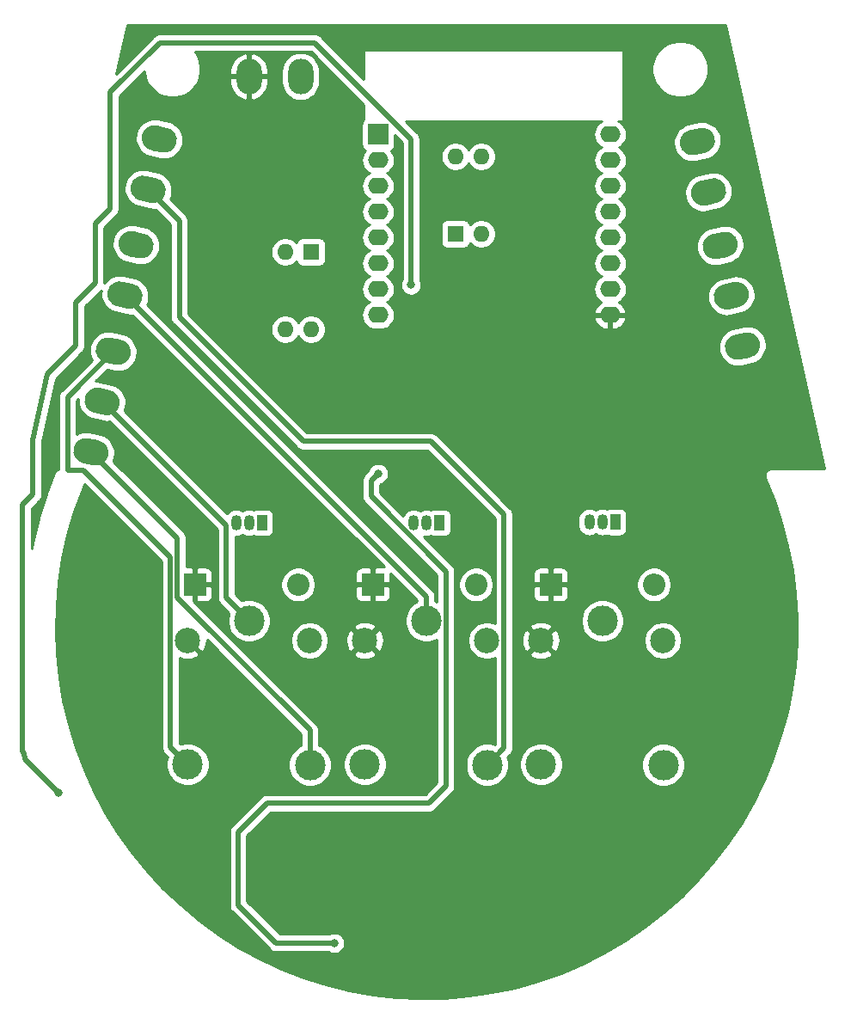
<source format=gbr>
%TF.GenerationSoftware,KiCad,Pcbnew,5.1.9*%
%TF.CreationDate,2021-02-19T00:33:09+01:00*%
%TF.ProjectId,klingel,6b6c696e-6765-46c2-9e6b-696361645f70,rev?*%
%TF.SameCoordinates,Original*%
%TF.FileFunction,Copper,L2,Bot*%
%TF.FilePolarity,Positive*%
%FSLAX46Y46*%
G04 Gerber Fmt 4.6, Leading zero omitted, Abs format (unit mm)*
G04 Created by KiCad (PCBNEW 5.1.9) date 2021-02-19 00:33:09*
%MOMM*%
%LPD*%
G01*
G04 APERTURE LIST*
%TA.AperFunction,ComponentPad*%
%ADD10O,2.000000X1.600000*%
%TD*%
%TA.AperFunction,ComponentPad*%
%ADD11R,2.000000X2.000000*%
%TD*%
%TA.AperFunction,ComponentPad*%
%ADD12O,1.600000X1.600000*%
%TD*%
%TA.AperFunction,ComponentPad*%
%ADD13R,1.600000X1.600000*%
%TD*%
%TA.AperFunction,ComponentPad*%
%ADD14R,1.050000X1.500000*%
%TD*%
%TA.AperFunction,ComponentPad*%
%ADD15O,1.050000X1.500000*%
%TD*%
%TA.AperFunction,ComponentPad*%
%ADD16C,3.000000*%
%TD*%
%TA.AperFunction,ComponentPad*%
%ADD17C,2.500000*%
%TD*%
%TA.AperFunction,ComponentPad*%
%ADD18O,2.500000X3.500000*%
%TD*%
%TA.AperFunction,ComponentPad*%
%ADD19O,2.200000X2.200000*%
%TD*%
%TA.AperFunction,ComponentPad*%
%ADD20R,2.200000X2.200000*%
%TD*%
%TA.AperFunction,ViaPad*%
%ADD21C,0.800000*%
%TD*%
%TA.AperFunction,Conductor*%
%ADD22C,0.500000*%
%TD*%
%TA.AperFunction,Conductor*%
%ADD23C,0.254000*%
%TD*%
%TA.AperFunction,Conductor*%
%ADD24C,0.100000*%
%TD*%
G04 APERTURE END LIST*
D10*
%TO.P,U3,16*%
%TO.N,Net-(U3-Pad16)*%
X118110000Y-51435000D03*
%TO.P,U3,15*%
%TO.N,Net-(U3-Pad15)*%
X118110000Y-53975000D03*
%TO.P,U3,14*%
%TO.N,Net-(U3-Pad14)*%
X118110000Y-56515000D03*
%TO.P,U3,13*%
%TO.N,Net-(U3-Pad13)*%
X118110000Y-59055000D03*
%TO.P,U3,12*%
%TO.N,Net-(U3-Pad12)*%
X118110000Y-61595000D03*
%TO.P,U3,11*%
%TO.N,Net-(U3-Pad11)*%
X118110000Y-64135000D03*
%TO.P,U3,10*%
%TO.N,GND*%
X118110000Y-66675000D03*
%TO.P,U3,9*%
%TO.N,+5V*%
X118110000Y-69215000D03*
%TO.P,U3,8*%
%TO.N,Net-(U3-Pad8)*%
X95250000Y-69215000D03*
%TO.P,U3,7*%
%TO.N,led*%
X95250000Y-66675000D03*
%TO.P,U3,6*%
%TO.N,Net-(D5-Pad2)*%
X95250000Y-64135000D03*
%TO.P,U3,5*%
%TO.N,relayA*%
X95250000Y-61595000D03*
%TO.P,U3,4*%
%TO.N,relayB*%
X95250000Y-59055000D03*
%TO.P,U3,3*%
%TO.N,ws28*%
X95250000Y-56515000D03*
D11*
%TO.P,U3,1*%
%TO.N,Net-(U3-Pad1)*%
X95250000Y-51435000D03*
D10*
%TO.P,U3,2*%
%TO.N,Net-(U3-Pad2)*%
X95250000Y-53975000D03*
%TD*%
D12*
%TO.P,U5,4*%
%TO.N,Net-(U3-Pad14)*%
X88646000Y-70612000D03*
%TO.P,U5,2*%
%TO.N,Net-(R6-Pad1)*%
X86106000Y-62992000D03*
%TO.P,U5,3*%
%TO.N,GND*%
X86106000Y-70612000D03*
D13*
%TO.P,U5,1*%
%TO.N,Net-(C4-Pad1)*%
X88646000Y-62992000D03*
%TD*%
%TO.P,J4,2*%
%TO.N,Net-(D4-Pad4)*%
%TA.AperFunction,ComponentPad*%
G36*
G01*
X72384645Y-55507202D02*
X73360941Y-55723642D01*
G75*
G02*
X74310761Y-57214562I-270550J-1220370D01*
G01*
X74310761Y-57214562D01*
G75*
G02*
X72819841Y-58164382I-1220370J270550D01*
G01*
X71843545Y-57947942D01*
G75*
G02*
X70893725Y-56457022I270550J1220370D01*
G01*
X70893725Y-56457022D01*
G75*
G02*
X72384645Y-55507202I1220370J-270550D01*
G01*
G37*
%TD.AperFunction*%
%TO.P,J4,1*%
%TO.N,Net-(D4-Pad3)*%
%TA.AperFunction,ComponentPad*%
G36*
G01*
X73484159Y-50547618D02*
X74460455Y-50764058D01*
G75*
G02*
X75410275Y-52254978I-270550J-1220370D01*
G01*
X75410275Y-52254978D01*
G75*
G02*
X73919355Y-53204798I-1220370J270550D01*
G01*
X72943059Y-52988358D01*
G75*
G02*
X71993239Y-51497438I270550J1220370D01*
G01*
X71993239Y-51497438D01*
G75*
G02*
X73484159Y-50547618I1220370J-270550D01*
G01*
G37*
%TD.AperFunction*%
%TD*%
D12*
%TO.P,U4,4*%
%TO.N,Net-(U3-Pad13)*%
X102870000Y-53594000D03*
%TO.P,U4,2*%
%TO.N,Net-(R5-Pad1)*%
X105410000Y-61214000D03*
%TO.P,U4,3*%
%TO.N,GND*%
X105410000Y-53594000D03*
D13*
%TO.P,U4,1*%
%TO.N,Net-(C3-Pad1)*%
X102870000Y-61214000D03*
%TD*%
D14*
%TO.P,Q3,1*%
%TO.N,Net-(D1-Pad2)*%
X118618000Y-89598500D03*
D15*
%TO.P,Q3,3*%
%TO.N,GND*%
X116078000Y-89598500D03*
%TO.P,Q3,2*%
%TO.N,Net-(Q3-Pad2)*%
X117348000Y-89598500D03*
%TD*%
D14*
%TO.P,Q2,1*%
%TO.N,Net-(D2-Pad2)*%
X83820000Y-89662000D03*
D15*
%TO.P,Q2,3*%
%TO.N,GND*%
X81280000Y-89662000D03*
%TO.P,Q2,2*%
%TO.N,Net-(Q2-Pad2)*%
X82550000Y-89662000D03*
%TD*%
D14*
%TO.P,Q1,1*%
%TO.N,Net-(D6-Pad2)*%
X101282500Y-89662000D03*
D15*
%TO.P,Q1,3*%
%TO.N,GND*%
X98742500Y-89662000D03*
%TO.P,Q1,2*%
%TO.N,Net-(Q1-Pad2)*%
X100012500Y-89662000D03*
%TD*%
D16*
%TO.P,K3,1*%
%TO.N,Net-(J5-Pad2)*%
X100000000Y-99314000D03*
D17*
%TO.P,K3,5*%
%TO.N,Net-(D6-Pad2)*%
X105950000Y-101264000D03*
D16*
%TO.P,K3,4*%
%TO.N,Net-(D4-Pad4)*%
X106000000Y-113514000D03*
%TO.P,K3,3*%
%TO.N,Net-(K3-Pad3)*%
X93950000Y-113464000D03*
D17*
%TO.P,K3,2*%
%TO.N,+5V*%
X93950000Y-101264000D03*
%TD*%
D16*
%TO.P,K2,1*%
%TO.N,Net-(J1-Pad2)*%
X82550000Y-99314000D03*
D17*
%TO.P,K2,5*%
%TO.N,Net-(D2-Pad2)*%
X88500000Y-101264000D03*
D16*
%TO.P,K2,4*%
%TO.N,Net-(J1-Pad3)*%
X88550000Y-113514000D03*
%TO.P,K2,3*%
%TO.N,Net-(J1-Pad1)*%
X76500000Y-113464000D03*
D17*
%TO.P,K2,2*%
%TO.N,+5V*%
X76500000Y-101264000D03*
%TD*%
D16*
%TO.P,K1,1*%
%TO.N,Net-(J3-Pad2)*%
X117348000Y-99314000D03*
D17*
%TO.P,K1,5*%
%TO.N,Net-(D1-Pad2)*%
X123298000Y-101264000D03*
D16*
%TO.P,K1,4*%
%TO.N,Net-(J3-Pad3)*%
X123348000Y-113514000D03*
%TO.P,K1,3*%
%TO.N,Net-(J3-Pad1)*%
X111298000Y-113464000D03*
D17*
%TO.P,K1,2*%
%TO.N,+5V*%
X111298000Y-101264000D03*
%TD*%
D18*
%TO.P,J6,2*%
%TO.N,+5V*%
X82550000Y-45720000D03*
%TO.P,J6,1*%
%TO.N,GND*%
X87630000Y-45720000D03*
%TD*%
%TO.P,J5,2*%
%TO.N,Net-(J5-Pad2)*%
%TA.AperFunction,ComponentPad*%
G36*
G01*
X70098645Y-65921202D02*
X71074941Y-66137642D01*
G75*
G02*
X72024761Y-67628562I-270550J-1220370D01*
G01*
X72024761Y-67628562D01*
G75*
G02*
X70533841Y-68578382I-1220370J270550D01*
G01*
X69557545Y-68361942D01*
G75*
G02*
X68607725Y-66871022I270550J1220370D01*
G01*
X68607725Y-66871022D01*
G75*
G02*
X70098645Y-65921202I1220370J-270550D01*
G01*
G37*
%TD.AperFunction*%
%TO.P,J5,1*%
%TO.N,Net-(D4-Pad3)*%
%TA.AperFunction,ComponentPad*%
G36*
G01*
X71198159Y-60961618D02*
X72174455Y-61178058D01*
G75*
G02*
X73124275Y-62668978I-270550J-1220370D01*
G01*
X73124275Y-62668978D01*
G75*
G02*
X71633355Y-63618798I-1220370J270550D01*
G01*
X70657059Y-63402358D01*
G75*
G02*
X69707239Y-61911438I270550J1220370D01*
G01*
X69707239Y-61911438D01*
G75*
G02*
X71198159Y-60961618I1220370J-270550D01*
G01*
G37*
%TD.AperFunction*%
%TD*%
%TO.P,J3,3*%
%TO.N,Net-(J3-Pad3)*%
%TA.AperFunction,ComponentPad*%
G36*
G01*
X129707185Y-63462566D02*
X128730889Y-63679006D01*
G75*
G02*
X127239969Y-62729186I-270550J1220370D01*
G01*
X127239969Y-62729186D01*
G75*
G02*
X128189789Y-61238266I1220370J270550D01*
G01*
X129166085Y-61021826D01*
G75*
G02*
X130657005Y-61971646I270550J-1220370D01*
G01*
X130657005Y-61971646D01*
G75*
G02*
X129707185Y-63462566I-1220370J-270550D01*
G01*
G37*
%TD.AperFunction*%
%TO.P,J3,2*%
%TO.N,Net-(J3-Pad2)*%
%TA.AperFunction,ComponentPad*%
G36*
G01*
X130806698Y-68422150D02*
X129830402Y-68638590D01*
G75*
G02*
X128339482Y-67688770I-270550J1220370D01*
G01*
X128339482Y-67688770D01*
G75*
G02*
X129289302Y-66197850I1220370J270550D01*
G01*
X130265598Y-65981410D01*
G75*
G02*
X131756518Y-66931230I270550J-1220370D01*
G01*
X131756518Y-66931230D01*
G75*
G02*
X130806698Y-68422150I-1220370J-270550D01*
G01*
G37*
%TD.AperFunction*%
%TO.P,J3,1*%
%TO.N,Net-(J3-Pad1)*%
%TA.AperFunction,ComponentPad*%
G36*
G01*
X131906211Y-73381734D02*
X130929915Y-73598174D01*
G75*
G02*
X129438995Y-72648354I-270550J1220370D01*
G01*
X129438995Y-72648354D01*
G75*
G02*
X130388815Y-71157434I1220370J270550D01*
G01*
X131365111Y-70940994D01*
G75*
G02*
X132856031Y-71890814I270550J-1220370D01*
G01*
X132856031Y-71890814D01*
G75*
G02*
X131906211Y-73381734I-1220370J-270550D01*
G01*
G37*
%TD.AperFunction*%
%TD*%
%TO.P,J2,2*%
%TO.N,Net-(D3-Pad4)*%
%TA.AperFunction,ComponentPad*%
G36*
G01*
X127462941Y-53242358D02*
X126486645Y-53458798D01*
G75*
G02*
X124995725Y-52508978I-270550J1220370D01*
G01*
X124995725Y-52508978D01*
G75*
G02*
X125945545Y-51018058I1220370J270550D01*
G01*
X126921841Y-50801618D01*
G75*
G02*
X128412761Y-51751438I270550J-1220370D01*
G01*
X128412761Y-51751438D01*
G75*
G02*
X127462941Y-53242358I-1220370J-270550D01*
G01*
G37*
%TD.AperFunction*%
%TO.P,J2,1*%
%TO.N,Net-(D3-Pad3)*%
%TA.AperFunction,ComponentPad*%
G36*
G01*
X128562455Y-58201942D02*
X127586159Y-58418382D01*
G75*
G02*
X126095239Y-57468562I-270550J1220370D01*
G01*
X126095239Y-57468562D01*
G75*
G02*
X127045059Y-55977642I1220370J270550D01*
G01*
X128021355Y-55761202D01*
G75*
G02*
X129512275Y-56711022I270550J-1220370D01*
G01*
X129512275Y-56711022D01*
G75*
G02*
X128562455Y-58201942I-1220370J-270550D01*
G01*
G37*
%TD.AperFunction*%
%TD*%
%TO.P,J1,3*%
%TO.N,Net-(J1-Pad3)*%
%TA.AperFunction,ComponentPad*%
G36*
G01*
X66754889Y-81354994D02*
X67731185Y-81571434D01*
G75*
G02*
X68681005Y-83062354I-270550J-1220370D01*
G01*
X68681005Y-83062354D01*
G75*
G02*
X67190085Y-84012174I-1220370J270550D01*
G01*
X66213789Y-83795734D01*
G75*
G02*
X65263969Y-82304814I270550J1220370D01*
G01*
X65263969Y-82304814D01*
G75*
G02*
X66754889Y-81354994I1220370J-270550D01*
G01*
G37*
%TD.AperFunction*%
%TO.P,J1,2*%
%TO.N,Net-(J1-Pad2)*%
%TA.AperFunction,ComponentPad*%
G36*
G01*
X67854402Y-76395410D02*
X68830698Y-76611850D01*
G75*
G02*
X69780518Y-78102770I-270550J-1220370D01*
G01*
X69780518Y-78102770D01*
G75*
G02*
X68289598Y-79052590I-1220370J270550D01*
G01*
X67313302Y-78836150D01*
G75*
G02*
X66363482Y-77345230I270550J1220370D01*
G01*
X66363482Y-77345230D01*
G75*
G02*
X67854402Y-76395410I1220370J-270550D01*
G01*
G37*
%TD.AperFunction*%
%TO.P,J1,1*%
%TO.N,Net-(J1-Pad1)*%
%TA.AperFunction,ComponentPad*%
G36*
G01*
X68953915Y-71435826D02*
X69930211Y-71652266D01*
G75*
G02*
X70880031Y-73143186I-270550J-1220370D01*
G01*
X70880031Y-73143186D01*
G75*
G02*
X69389111Y-74093006I-1220370J270550D01*
G01*
X68412815Y-73876566D01*
G75*
G02*
X67462995Y-72385646I270550J1220370D01*
G01*
X67462995Y-72385646D01*
G75*
G02*
X68953915Y-71435826I1220370J-270550D01*
G01*
G37*
%TD.AperFunction*%
%TD*%
D19*
%TO.P,D6,2*%
%TO.N,Net-(D6-Pad2)*%
X104902000Y-95758000D03*
D20*
%TO.P,D6,1*%
%TO.N,+5V*%
X94742000Y-95758000D03*
%TD*%
D19*
%TO.P,D2,2*%
%TO.N,Net-(D2-Pad2)*%
X87376000Y-95758000D03*
D20*
%TO.P,D2,1*%
%TO.N,+5V*%
X77216000Y-95758000D03*
%TD*%
D19*
%TO.P,D1,2*%
%TO.N,Net-(D1-Pad2)*%
X122428000Y-95758000D03*
D20*
%TO.P,D1,1*%
%TO.N,+5V*%
X112268000Y-95758000D03*
%TD*%
D21*
%TO.N,+5V*%
X91313000Y-124968000D03*
X100457000Y-124968000D03*
X109474000Y-124968000D03*
X100266500Y-120586500D03*
%TO.N,Net-(D5-Pad2)*%
X90932000Y-131064000D03*
X95250000Y-84836000D03*
%TO.N,Net-(D11-Pad2)*%
X98500000Y-66250000D03*
X63750000Y-116250000D03*
%TD*%
D22*
%TO.N,Net-(J1-Pad2)*%
X80304990Y-89956990D02*
X68072000Y-77724000D01*
X80304990Y-97068990D02*
X80304990Y-89956990D01*
X82550000Y-99314000D02*
X80304990Y-97068990D01*
%TO.N,Net-(J1-Pad1)*%
X74799999Y-93073000D02*
X74799999Y-111763999D01*
X66251989Y-84524990D02*
X74799999Y-93073000D01*
X64672218Y-84524990D02*
X66251989Y-84524990D01*
X74799999Y-111763999D02*
X76500000Y-113464000D01*
X64672218Y-77263711D02*
X64672218Y-84524990D01*
X69171513Y-72764416D02*
X64672218Y-77263711D01*
%TO.N,Net-(J5-Pad2)*%
X100000000Y-96933549D02*
X100000000Y-99314000D01*
X70316243Y-67249792D02*
X100000000Y-96933549D01*
%TO.N,Net-(D4-Pad4)*%
X75690490Y-69469492D02*
X87881998Y-81661000D01*
X75690490Y-59924039D02*
X75690490Y-69469492D01*
X72602243Y-56835792D02*
X75690490Y-59924039D01*
X107650001Y-111863999D02*
X106000000Y-113514000D01*
X107650001Y-88858035D02*
X107650001Y-111863999D01*
X100452966Y-81661000D02*
X107650001Y-88858035D01*
X87881998Y-81661000D02*
X100452966Y-81661000D01*
%TO.N,Net-(D5-Pad2)*%
X94551500Y-87074872D02*
X94551500Y-85534500D01*
X101950001Y-94473373D02*
X94551500Y-87074872D01*
X101950001Y-115600999D02*
X101950001Y-94473373D01*
X94551500Y-85534500D02*
X95250000Y-84836000D01*
X90932000Y-131064000D02*
X85217000Y-131064000D01*
X85217000Y-131064000D02*
X81470500Y-127317500D01*
X81470500Y-127317500D02*
X81470500Y-120142000D01*
X81470500Y-120142000D02*
X84328000Y-117284500D01*
X100266500Y-117284500D02*
X101950001Y-115600999D01*
X84328000Y-117284500D02*
X100266500Y-117284500D01*
%TO.N,Net-(J1-Pad3)*%
X75500009Y-91211106D02*
X66972487Y-82683584D01*
X75500009Y-97052011D02*
X75500009Y-91211106D01*
X88550000Y-110102002D02*
X75500009Y-97052011D01*
X88550000Y-113514000D02*
X88550000Y-110102002D01*
%TO.N,Net-(D11-Pad2)*%
X60564691Y-113064689D02*
X61485568Y-113985568D01*
X61485568Y-113985568D02*
X63750000Y-116250000D01*
X60250000Y-112074988D02*
X60368045Y-112457022D01*
X60490781Y-112840983D02*
X60564691Y-113064689D01*
X60250000Y-87926143D02*
X60250000Y-112074988D01*
X98500000Y-66250000D02*
X98500000Y-51874998D01*
X73751999Y-42399999D02*
X68867911Y-47284087D01*
X98500000Y-51874998D02*
X89025001Y-42399999D01*
X65500000Y-72250000D02*
X62697053Y-75052947D01*
X89025001Y-42399999D02*
X73751999Y-42399999D01*
X67413853Y-66086147D02*
X65500000Y-68000000D01*
X62697053Y-75052947D02*
X61263874Y-81502252D01*
X68867911Y-47284087D02*
X68867911Y-58767684D01*
X65500000Y-68000000D02*
X65500000Y-72250000D01*
X61263874Y-81502252D02*
X61263874Y-86912269D01*
X68867911Y-58767684D02*
X67413853Y-60221742D01*
X60368045Y-112457022D02*
X60490781Y-112840983D01*
X67413853Y-60221742D02*
X67413853Y-66086147D01*
X61263874Y-86912269D02*
X60250000Y-87926143D01*
%TD*%
D23*
%TO.N,+5V*%
X139177214Y-84340000D02*
X133967581Y-84340000D01*
X133870617Y-84349550D01*
X133746207Y-84387290D01*
X133688604Y-84418079D01*
X133688562Y-84418100D01*
X133688523Y-84418122D01*
X133631550Y-84448575D01*
X133531052Y-84531052D01*
X133448575Y-84631550D01*
X133387290Y-84746207D01*
X133349550Y-84870617D01*
X133336807Y-85000000D01*
X133349550Y-85129383D01*
X133387290Y-85253793D01*
X133401161Y-85279743D01*
X134277012Y-87452360D01*
X135015292Y-89690486D01*
X135607608Y-91971609D01*
X136051477Y-94286169D01*
X136345058Y-96624561D01*
X136487126Y-98977038D01*
X136477087Y-101333764D01*
X136314984Y-103684936D01*
X136001493Y-106020746D01*
X135537920Y-108331449D01*
X134926194Y-110607440D01*
X134168875Y-112839192D01*
X133269111Y-115017423D01*
X132230661Y-117133047D01*
X131057841Y-119177260D01*
X129755560Y-121141511D01*
X128329217Y-123017651D01*
X126784788Y-124797821D01*
X125128699Y-126474617D01*
X123367839Y-128041057D01*
X121509594Y-129490578D01*
X119561659Y-130817175D01*
X117532185Y-132015298D01*
X115429615Y-133079961D01*
X113262736Y-134006714D01*
X111040551Y-134791709D01*
X108772343Y-135431665D01*
X106467586Y-135923908D01*
X104135840Y-136266398D01*
X101786868Y-136457701D01*
X99430445Y-136497019D01*
X97076399Y-136384192D01*
X94734535Y-136119686D01*
X92414616Y-135704604D01*
X90126344Y-135140684D01*
X87879207Y-134430266D01*
X85682604Y-133576316D01*
X83545689Y-132582395D01*
X81477366Y-131452645D01*
X79486265Y-130191779D01*
X77580671Y-128805043D01*
X75768559Y-127298244D01*
X74057445Y-125677630D01*
X72454477Y-123949969D01*
X70966352Y-122122479D01*
X69599244Y-120202743D01*
X68358895Y-118198826D01*
X67250423Y-116118996D01*
X66278491Y-113971996D01*
X65447136Y-111766751D01*
X64759825Y-109512459D01*
X64219416Y-107218491D01*
X63828171Y-104894443D01*
X63587717Y-102549992D01*
X63499057Y-100194898D01*
X63562560Y-97839024D01*
X63777965Y-95492118D01*
X64144369Y-93164024D01*
X64660246Y-90864433D01*
X65323450Y-88602908D01*
X66132972Y-86384074D01*
X66348359Y-85872938D01*
X73914999Y-93439579D01*
X73915000Y-111720520D01*
X73910718Y-111763999D01*
X73927804Y-111937489D01*
X73978411Y-112104312D01*
X74060589Y-112258058D01*
X74143467Y-112359045D01*
X74143470Y-112359048D01*
X74171183Y-112392816D01*
X74204950Y-112420528D01*
X74499363Y-112714941D01*
X74447047Y-112841244D01*
X74365000Y-113253721D01*
X74365000Y-113674279D01*
X74447047Y-114086756D01*
X74607988Y-114475302D01*
X74841637Y-114824983D01*
X75139017Y-115122363D01*
X75488698Y-115356012D01*
X75877244Y-115516953D01*
X76289721Y-115599000D01*
X76710279Y-115599000D01*
X77122756Y-115516953D01*
X77511302Y-115356012D01*
X77860983Y-115122363D01*
X78158363Y-114824983D01*
X78392012Y-114475302D01*
X78552953Y-114086756D01*
X78635000Y-113674279D01*
X78635000Y-113253721D01*
X78552953Y-112841244D01*
X78392012Y-112452698D01*
X78158363Y-112103017D01*
X77860983Y-111805637D01*
X77511302Y-111571988D01*
X77122756Y-111411047D01*
X76710279Y-111329000D01*
X76289721Y-111329000D01*
X75877244Y-111411047D01*
X75750941Y-111463363D01*
X75684999Y-111397421D01*
X75684999Y-102963974D01*
X75824126Y-103033433D01*
X76182312Y-103131290D01*
X76552706Y-103157389D01*
X76921075Y-103110725D01*
X77273262Y-102993094D01*
X77508086Y-102867577D01*
X77634000Y-102577605D01*
X76500000Y-101443605D01*
X76485858Y-101457748D01*
X76306253Y-101278143D01*
X76320395Y-101264000D01*
X76306253Y-101249858D01*
X76485858Y-101070253D01*
X76500000Y-101084395D01*
X76514143Y-101070253D01*
X76693748Y-101249858D01*
X76679605Y-101264000D01*
X77813605Y-102398000D01*
X78103577Y-102272086D01*
X78269433Y-101939874D01*
X78367290Y-101581688D01*
X78393389Y-101211294D01*
X78391311Y-101194891D01*
X87665001Y-110468582D01*
X87665001Y-111569672D01*
X87538698Y-111621988D01*
X87189017Y-111855637D01*
X86891637Y-112153017D01*
X86657988Y-112502698D01*
X86497047Y-112891244D01*
X86415000Y-113303721D01*
X86415000Y-113724279D01*
X86497047Y-114136756D01*
X86657988Y-114525302D01*
X86891637Y-114874983D01*
X87189017Y-115172363D01*
X87538698Y-115406012D01*
X87927244Y-115566953D01*
X88339721Y-115649000D01*
X88760279Y-115649000D01*
X89172756Y-115566953D01*
X89561302Y-115406012D01*
X89910983Y-115172363D01*
X90208363Y-114874983D01*
X90442012Y-114525302D01*
X90602953Y-114136756D01*
X90685000Y-113724279D01*
X90685000Y-113303721D01*
X90675055Y-113253721D01*
X91815000Y-113253721D01*
X91815000Y-113674279D01*
X91897047Y-114086756D01*
X92057988Y-114475302D01*
X92291637Y-114824983D01*
X92589017Y-115122363D01*
X92938698Y-115356012D01*
X93327244Y-115516953D01*
X93739721Y-115599000D01*
X94160279Y-115599000D01*
X94572756Y-115516953D01*
X94961302Y-115356012D01*
X95310983Y-115122363D01*
X95608363Y-114824983D01*
X95842012Y-114475302D01*
X96002953Y-114086756D01*
X96085000Y-113674279D01*
X96085000Y-113253721D01*
X96002953Y-112841244D01*
X95842012Y-112452698D01*
X95608363Y-112103017D01*
X95310983Y-111805637D01*
X94961302Y-111571988D01*
X94572756Y-111411047D01*
X94160279Y-111329000D01*
X93739721Y-111329000D01*
X93327244Y-111411047D01*
X92938698Y-111571988D01*
X92589017Y-111805637D01*
X92291637Y-112103017D01*
X92057988Y-112452698D01*
X91897047Y-112841244D01*
X91815000Y-113253721D01*
X90675055Y-113253721D01*
X90602953Y-112891244D01*
X90442012Y-112502698D01*
X90208363Y-112153017D01*
X89910983Y-111855637D01*
X89561302Y-111621988D01*
X89435000Y-111569672D01*
X89435000Y-110145467D01*
X89439281Y-110102001D01*
X89435000Y-110058535D01*
X89435000Y-110058525D01*
X89422195Y-109928512D01*
X89371589Y-109761689D01*
X89289411Y-109607943D01*
X89228073Y-109533203D01*
X89206532Y-109506955D01*
X89206530Y-109506953D01*
X89178817Y-109473185D01*
X89145049Y-109445472D01*
X77061413Y-97361837D01*
X77089000Y-97334250D01*
X77089000Y-95885000D01*
X77343000Y-95885000D01*
X77343000Y-97334250D01*
X77501750Y-97493000D01*
X78316000Y-97496072D01*
X78440482Y-97483812D01*
X78560180Y-97447502D01*
X78670494Y-97388537D01*
X78767185Y-97309185D01*
X78846537Y-97212494D01*
X78905502Y-97102180D01*
X78941812Y-96982482D01*
X78954072Y-96858000D01*
X78951000Y-96043750D01*
X78792250Y-95885000D01*
X77343000Y-95885000D01*
X77089000Y-95885000D01*
X77069000Y-95885000D01*
X77069000Y-95631000D01*
X77089000Y-95631000D01*
X77089000Y-94181750D01*
X77343000Y-94181750D01*
X77343000Y-95631000D01*
X78792250Y-95631000D01*
X78951000Y-95472250D01*
X78954072Y-94658000D01*
X78941812Y-94533518D01*
X78905502Y-94413820D01*
X78846537Y-94303506D01*
X78767185Y-94206815D01*
X78670494Y-94127463D01*
X78560180Y-94068498D01*
X78440482Y-94032188D01*
X78316000Y-94019928D01*
X77501750Y-94023000D01*
X77343000Y-94181750D01*
X77089000Y-94181750D01*
X76930250Y-94023000D01*
X76385009Y-94020943D01*
X76385009Y-91254571D01*
X76389290Y-91211105D01*
X76385009Y-91167639D01*
X76385009Y-91167629D01*
X76372204Y-91037616D01*
X76321598Y-90870793D01*
X76239420Y-90717047D01*
X76215219Y-90687558D01*
X76156541Y-90616059D01*
X76156539Y-90616057D01*
X76128826Y-90582289D01*
X76095058Y-90554576D01*
X69158613Y-83618132D01*
X69194344Y-83554654D01*
X69309856Y-83201767D01*
X69354304Y-82833125D01*
X69325979Y-82462895D01*
X69225969Y-82105304D01*
X69058119Y-81774095D01*
X68828879Y-81481997D01*
X68547057Y-81240232D01*
X68223485Y-81058095D01*
X67959026Y-80971528D01*
X66801926Y-80715005D01*
X66525660Y-80681695D01*
X66155430Y-80710020D01*
X65797839Y-80810030D01*
X65557218Y-80931972D01*
X65557218Y-77630289D01*
X65700758Y-77486749D01*
X65690183Y-77574459D01*
X65718508Y-77944689D01*
X65818518Y-78302280D01*
X65986368Y-78633489D01*
X66215608Y-78925587D01*
X66497430Y-79167352D01*
X66821002Y-79349489D01*
X67085461Y-79436056D01*
X68242560Y-79692579D01*
X68518826Y-79725889D01*
X68800743Y-79704321D01*
X79419991Y-90323570D01*
X79419990Y-97025521D01*
X79415709Y-97068990D01*
X79419990Y-97112459D01*
X79419990Y-97112466D01*
X79427111Y-97184767D01*
X79432795Y-97242480D01*
X79441315Y-97270566D01*
X79483401Y-97409302D01*
X79565579Y-97563048D01*
X79676173Y-97697807D01*
X79709946Y-97725524D01*
X80549363Y-98564942D01*
X80497047Y-98691244D01*
X80415000Y-99103721D01*
X80415000Y-99524279D01*
X80497047Y-99936756D01*
X80657988Y-100325302D01*
X80891637Y-100674983D01*
X81189017Y-100972363D01*
X81538698Y-101206012D01*
X81927244Y-101366953D01*
X82339721Y-101449000D01*
X82760279Y-101449000D01*
X83172756Y-101366953D01*
X83561302Y-101206012D01*
X83752370Y-101078344D01*
X86615000Y-101078344D01*
X86615000Y-101449656D01*
X86687439Y-101813834D01*
X86829534Y-102156882D01*
X87035825Y-102465618D01*
X87298382Y-102728175D01*
X87607118Y-102934466D01*
X87950166Y-103076561D01*
X88314344Y-103149000D01*
X88685656Y-103149000D01*
X89049834Y-103076561D01*
X89392882Y-102934466D01*
X89701618Y-102728175D01*
X89852188Y-102577605D01*
X92816000Y-102577605D01*
X92941914Y-102867577D01*
X93274126Y-103033433D01*
X93632312Y-103131290D01*
X94002706Y-103157389D01*
X94371075Y-103110725D01*
X94723262Y-102993094D01*
X94958086Y-102867577D01*
X95084000Y-102577605D01*
X93950000Y-101443605D01*
X92816000Y-102577605D01*
X89852188Y-102577605D01*
X89964175Y-102465618D01*
X90170466Y-102156882D01*
X90312561Y-101813834D01*
X90385000Y-101449656D01*
X90385000Y-101316706D01*
X92056611Y-101316706D01*
X92103275Y-101685075D01*
X92220906Y-102037262D01*
X92346423Y-102272086D01*
X92636395Y-102398000D01*
X93770395Y-101264000D01*
X94129605Y-101264000D01*
X95263605Y-102398000D01*
X95553577Y-102272086D01*
X95719433Y-101939874D01*
X95817290Y-101581688D01*
X95843389Y-101211294D01*
X95796725Y-100842925D01*
X95679094Y-100490738D01*
X95553577Y-100255914D01*
X95263605Y-100130000D01*
X94129605Y-101264000D01*
X93770395Y-101264000D01*
X92636395Y-100130000D01*
X92346423Y-100255914D01*
X92180567Y-100588126D01*
X92082710Y-100946312D01*
X92056611Y-101316706D01*
X90385000Y-101316706D01*
X90385000Y-101078344D01*
X90312561Y-100714166D01*
X90170466Y-100371118D01*
X89964175Y-100062382D01*
X89852188Y-99950395D01*
X92816000Y-99950395D01*
X93950000Y-101084395D01*
X95084000Y-99950395D01*
X94958086Y-99660423D01*
X94625874Y-99494567D01*
X94267688Y-99396710D01*
X93897294Y-99370611D01*
X93528925Y-99417275D01*
X93176738Y-99534906D01*
X92941914Y-99660423D01*
X92816000Y-99950395D01*
X89852188Y-99950395D01*
X89701618Y-99799825D01*
X89392882Y-99593534D01*
X89049834Y-99451439D01*
X88685656Y-99379000D01*
X88314344Y-99379000D01*
X87950166Y-99451439D01*
X87607118Y-99593534D01*
X87298382Y-99799825D01*
X87035825Y-100062382D01*
X86829534Y-100371118D01*
X86687439Y-100714166D01*
X86615000Y-101078344D01*
X83752370Y-101078344D01*
X83910983Y-100972363D01*
X84208363Y-100674983D01*
X84442012Y-100325302D01*
X84602953Y-99936756D01*
X84685000Y-99524279D01*
X84685000Y-99103721D01*
X84602953Y-98691244D01*
X84442012Y-98302698D01*
X84208363Y-97953017D01*
X83910983Y-97655637D01*
X83561302Y-97421988D01*
X83172756Y-97261047D01*
X82760279Y-97179000D01*
X82339721Y-97179000D01*
X81927244Y-97261047D01*
X81800942Y-97313363D01*
X81189990Y-96702412D01*
X81189990Y-95587117D01*
X85641000Y-95587117D01*
X85641000Y-95928883D01*
X85707675Y-96264081D01*
X85838463Y-96579831D01*
X86028337Y-96863998D01*
X86270002Y-97105663D01*
X86554169Y-97295537D01*
X86869919Y-97426325D01*
X87205117Y-97493000D01*
X87546883Y-97493000D01*
X87882081Y-97426325D01*
X88197831Y-97295537D01*
X88481998Y-97105663D01*
X88723663Y-96863998D01*
X88727670Y-96858000D01*
X93003928Y-96858000D01*
X93016188Y-96982482D01*
X93052498Y-97102180D01*
X93111463Y-97212494D01*
X93190815Y-97309185D01*
X93287506Y-97388537D01*
X93397820Y-97447502D01*
X93517518Y-97483812D01*
X93642000Y-97496072D01*
X94456250Y-97493000D01*
X94615000Y-97334250D01*
X94615000Y-95885000D01*
X94869000Y-95885000D01*
X94869000Y-97334250D01*
X95027750Y-97493000D01*
X95842000Y-97496072D01*
X95966482Y-97483812D01*
X96086180Y-97447502D01*
X96196494Y-97388537D01*
X96293185Y-97309185D01*
X96372537Y-97212494D01*
X96431502Y-97102180D01*
X96467812Y-96982482D01*
X96480072Y-96858000D01*
X96477000Y-96043750D01*
X96318250Y-95885000D01*
X94869000Y-95885000D01*
X94615000Y-95885000D01*
X93165750Y-95885000D01*
X93007000Y-96043750D01*
X93003928Y-96858000D01*
X88727670Y-96858000D01*
X88913537Y-96579831D01*
X89044325Y-96264081D01*
X89111000Y-95928883D01*
X89111000Y-95587117D01*
X89044325Y-95251919D01*
X88913537Y-94936169D01*
X88727671Y-94658000D01*
X93003928Y-94658000D01*
X93007000Y-95472250D01*
X93165750Y-95631000D01*
X94615000Y-95631000D01*
X94615000Y-94181750D01*
X94456250Y-94023000D01*
X93642000Y-94019928D01*
X93517518Y-94032188D01*
X93397820Y-94068498D01*
X93287506Y-94127463D01*
X93190815Y-94206815D01*
X93111463Y-94303506D01*
X93052498Y-94413820D01*
X93016188Y-94533518D01*
X93003928Y-94658000D01*
X88727671Y-94658000D01*
X88723663Y-94652002D01*
X88481998Y-94410337D01*
X88197831Y-94220463D01*
X87882081Y-94089675D01*
X87546883Y-94023000D01*
X87205117Y-94023000D01*
X86869919Y-94089675D01*
X86554169Y-94220463D01*
X86270002Y-94410337D01*
X86028337Y-94652002D01*
X85838463Y-94936169D01*
X85707675Y-95251919D01*
X85641000Y-95587117D01*
X81189990Y-95587117D01*
X81189990Y-91043747D01*
X81280000Y-91052612D01*
X81507399Y-91030215D01*
X81726059Y-90963885D01*
X81915000Y-90862894D01*
X82103940Y-90963885D01*
X82322600Y-91030215D01*
X82550000Y-91052612D01*
X82777399Y-91030215D01*
X82986098Y-90966907D01*
X83050820Y-91001502D01*
X83170518Y-91037812D01*
X83295000Y-91050072D01*
X84345000Y-91050072D01*
X84469482Y-91037812D01*
X84589180Y-91001502D01*
X84699494Y-90942537D01*
X84796185Y-90863185D01*
X84875537Y-90766494D01*
X84934502Y-90656180D01*
X84970812Y-90536482D01*
X84983072Y-90412000D01*
X84983072Y-88912000D01*
X84970812Y-88787518D01*
X84934502Y-88667820D01*
X84875537Y-88557506D01*
X84796185Y-88460815D01*
X84699494Y-88381463D01*
X84589180Y-88322498D01*
X84469482Y-88286188D01*
X84345000Y-88273928D01*
X83295000Y-88273928D01*
X83170518Y-88286188D01*
X83050820Y-88322498D01*
X82986098Y-88357093D01*
X82777400Y-88293785D01*
X82550000Y-88271388D01*
X82322601Y-88293785D01*
X82103941Y-88360115D01*
X81915001Y-88461106D01*
X81726060Y-88360115D01*
X81507400Y-88293785D01*
X81280000Y-88271388D01*
X81052601Y-88293785D01*
X80833941Y-88360115D01*
X80632422Y-88467829D01*
X80455789Y-88612788D01*
X80346065Y-88746486D01*
X70258126Y-78658548D01*
X70293857Y-78595070D01*
X70409369Y-78242183D01*
X70453817Y-77873541D01*
X70425492Y-77503311D01*
X70325482Y-77145720D01*
X70157632Y-76814511D01*
X69928392Y-76522413D01*
X69646570Y-76280648D01*
X69322998Y-76098511D01*
X69058539Y-76011944D01*
X67901439Y-75755421D01*
X67625173Y-75722111D01*
X67452160Y-75735348D01*
X68615574Y-74571934D01*
X69342073Y-74732995D01*
X69618339Y-74766305D01*
X69988570Y-74737980D01*
X70346161Y-74637970D01*
X70677370Y-74470120D01*
X70969468Y-74240880D01*
X71211233Y-73959058D01*
X71393370Y-73635486D01*
X71508882Y-73282599D01*
X71553330Y-72913957D01*
X71525005Y-72543727D01*
X71424995Y-72186136D01*
X71257145Y-71854927D01*
X71027905Y-71562829D01*
X70746083Y-71321064D01*
X70422511Y-71138927D01*
X70158052Y-71052360D01*
X69000952Y-70795837D01*
X68724686Y-70762527D01*
X68354456Y-70790852D01*
X67996865Y-70890862D01*
X67665656Y-71058712D01*
X67373558Y-71287952D01*
X67131793Y-71569774D01*
X66949656Y-71893346D01*
X66834144Y-72246233D01*
X66789696Y-72614875D01*
X66818021Y-72985105D01*
X66918031Y-73342696D01*
X67060509Y-73623841D01*
X64077174Y-76607177D01*
X64043401Y-76634894D01*
X63932807Y-76769653D01*
X63850629Y-76923399D01*
X63800023Y-77090222D01*
X63787218Y-77220235D01*
X63787218Y-77220242D01*
X63782937Y-77263711D01*
X63787218Y-77307180D01*
X63787219Y-84374850D01*
X63746207Y-84387291D01*
X63631550Y-84448576D01*
X63531052Y-84531053D01*
X63448575Y-84631551D01*
X63387290Y-84746208D01*
X63375358Y-84785541D01*
X62603595Y-86793772D01*
X62597135Y-86812300D01*
X62590645Y-86830705D01*
X61848875Y-89165714D01*
X61848862Y-89165752D01*
X61844703Y-89180429D01*
X61837556Y-89205644D01*
X61837549Y-89205674D01*
X61243864Y-91582632D01*
X61243856Y-91582662D01*
X61235078Y-91623185D01*
X61135000Y-92167202D01*
X61135000Y-88292721D01*
X61858923Y-87568799D01*
X61892691Y-87541086D01*
X61920613Y-87507064D01*
X62003284Y-87406329D01*
X62003285Y-87406328D01*
X62085463Y-87252582D01*
X62136069Y-87085759D01*
X62148874Y-86955746D01*
X62148874Y-86955736D01*
X62153155Y-86912270D01*
X62148874Y-86868804D01*
X62148874Y-81599400D01*
X63505072Y-75496506D01*
X66095049Y-72906530D01*
X66128817Y-72878817D01*
X66203541Y-72787767D01*
X66239411Y-72744059D01*
X66321589Y-72590314D01*
X66372195Y-72423490D01*
X66372625Y-72419125D01*
X66385000Y-72293477D01*
X66385000Y-72293469D01*
X66389281Y-72250000D01*
X66385000Y-72206531D01*
X66385000Y-68366578D01*
X67973240Y-66778339D01*
X67934426Y-67100251D01*
X67962751Y-67470481D01*
X68062761Y-67828072D01*
X68230611Y-68159281D01*
X68459851Y-68451379D01*
X68741673Y-68693144D01*
X69065245Y-68875281D01*
X69329704Y-68961848D01*
X70486803Y-69218371D01*
X70763069Y-69251681D01*
X71044986Y-69230113D01*
X95834827Y-94019955D01*
X95027750Y-94023000D01*
X94869000Y-94181750D01*
X94869000Y-95631000D01*
X96318250Y-95631000D01*
X96477000Y-95472250D01*
X96480045Y-94665173D01*
X99115000Y-97300128D01*
X99115000Y-97369672D01*
X98988698Y-97421988D01*
X98639017Y-97655637D01*
X98341637Y-97953017D01*
X98107988Y-98302698D01*
X97947047Y-98691244D01*
X97865000Y-99103721D01*
X97865000Y-99524279D01*
X97947047Y-99936756D01*
X98107988Y-100325302D01*
X98341637Y-100674983D01*
X98639017Y-100972363D01*
X98988698Y-101206012D01*
X99377244Y-101366953D01*
X99789721Y-101449000D01*
X100210279Y-101449000D01*
X100622756Y-101366953D01*
X101011302Y-101206012D01*
X101065002Y-101170131D01*
X101065001Y-115234420D01*
X99899922Y-116399500D01*
X84371465Y-116399500D01*
X84327999Y-116395219D01*
X84284533Y-116399500D01*
X84284523Y-116399500D01*
X84154510Y-116412305D01*
X83987687Y-116462911D01*
X83833941Y-116545089D01*
X83831397Y-116547177D01*
X83732953Y-116627968D01*
X83732951Y-116627970D01*
X83699183Y-116655683D01*
X83671470Y-116689451D01*
X80875451Y-119485471D01*
X80841684Y-119513183D01*
X80813971Y-119546951D01*
X80813968Y-119546954D01*
X80731090Y-119647941D01*
X80648912Y-119801687D01*
X80598305Y-119968510D01*
X80581219Y-120142000D01*
X80585501Y-120185479D01*
X80585500Y-127274031D01*
X80581219Y-127317500D01*
X80585500Y-127360969D01*
X80585500Y-127360976D01*
X80592041Y-127427387D01*
X80598305Y-127490990D01*
X80602959Y-127506330D01*
X80648911Y-127657812D01*
X80731089Y-127811558D01*
X80841683Y-127946317D01*
X80875456Y-127974034D01*
X84560470Y-131659049D01*
X84588183Y-131692817D01*
X84621951Y-131720530D01*
X84621953Y-131720532D01*
X84644929Y-131739388D01*
X84722941Y-131803411D01*
X84876687Y-131885589D01*
X85043510Y-131936195D01*
X85173523Y-131949000D01*
X85173533Y-131949000D01*
X85216999Y-131953281D01*
X85260465Y-131949000D01*
X90393546Y-131949000D01*
X90441744Y-131981205D01*
X90630102Y-132059226D01*
X90830061Y-132099000D01*
X91033939Y-132099000D01*
X91233898Y-132059226D01*
X91422256Y-131981205D01*
X91591774Y-131867937D01*
X91735937Y-131723774D01*
X91849205Y-131554256D01*
X91927226Y-131365898D01*
X91967000Y-131165939D01*
X91967000Y-130962061D01*
X91927226Y-130762102D01*
X91849205Y-130573744D01*
X91735937Y-130404226D01*
X91591774Y-130260063D01*
X91422256Y-130146795D01*
X91233898Y-130068774D01*
X91033939Y-130029000D01*
X90830061Y-130029000D01*
X90630102Y-130068774D01*
X90441744Y-130146795D01*
X90393546Y-130179000D01*
X85583579Y-130179000D01*
X82355500Y-126950922D01*
X82355500Y-120508578D01*
X84694579Y-118169500D01*
X100223031Y-118169500D01*
X100266500Y-118173781D01*
X100309969Y-118169500D01*
X100309977Y-118169500D01*
X100439990Y-118156695D01*
X100606813Y-118106089D01*
X100760559Y-118023911D01*
X100895317Y-117913317D01*
X100923034Y-117879544D01*
X102545051Y-116257528D01*
X102578818Y-116229816D01*
X102610970Y-116190640D01*
X102689411Y-116095059D01*
X102689412Y-116095058D01*
X102771590Y-115941312D01*
X102818006Y-115788303D01*
X102822196Y-115774490D01*
X102825071Y-115745301D01*
X102835001Y-115644476D01*
X102835001Y-115644468D01*
X102839282Y-115600999D01*
X102835001Y-115557530D01*
X102835001Y-95587117D01*
X103167000Y-95587117D01*
X103167000Y-95928883D01*
X103233675Y-96264081D01*
X103364463Y-96579831D01*
X103554337Y-96863998D01*
X103796002Y-97105663D01*
X104080169Y-97295537D01*
X104395919Y-97426325D01*
X104731117Y-97493000D01*
X105072883Y-97493000D01*
X105408081Y-97426325D01*
X105723831Y-97295537D01*
X106007998Y-97105663D01*
X106249663Y-96863998D01*
X106439537Y-96579831D01*
X106570325Y-96264081D01*
X106637000Y-95928883D01*
X106637000Y-95587117D01*
X106570325Y-95251919D01*
X106439537Y-94936169D01*
X106249663Y-94652002D01*
X106007998Y-94410337D01*
X105723831Y-94220463D01*
X105408081Y-94089675D01*
X105072883Y-94023000D01*
X104731117Y-94023000D01*
X104395919Y-94089675D01*
X104080169Y-94220463D01*
X103796002Y-94410337D01*
X103554337Y-94652002D01*
X103364463Y-94936169D01*
X103233675Y-95251919D01*
X103167000Y-95587117D01*
X102835001Y-95587117D01*
X102835001Y-94516838D01*
X102839282Y-94473372D01*
X102835001Y-94429906D01*
X102835001Y-94429896D01*
X102822196Y-94299883D01*
X102771590Y-94133060D01*
X102689412Y-93979314D01*
X102628839Y-93905506D01*
X102606533Y-93878326D01*
X102606531Y-93878324D01*
X102578818Y-93844556D01*
X102545050Y-93816843D01*
X99746805Y-91018598D01*
X99785100Y-91030215D01*
X100012500Y-91052612D01*
X100239899Y-91030215D01*
X100448598Y-90966907D01*
X100513320Y-91001502D01*
X100633018Y-91037812D01*
X100757500Y-91050072D01*
X101807500Y-91050072D01*
X101931982Y-91037812D01*
X102051680Y-91001502D01*
X102161994Y-90942537D01*
X102258685Y-90863185D01*
X102338037Y-90766494D01*
X102397002Y-90656180D01*
X102433312Y-90536482D01*
X102445572Y-90412000D01*
X102445572Y-88912000D01*
X102433312Y-88787518D01*
X102397002Y-88667820D01*
X102338037Y-88557506D01*
X102258685Y-88460815D01*
X102161994Y-88381463D01*
X102051680Y-88322498D01*
X101931982Y-88286188D01*
X101807500Y-88273928D01*
X100757500Y-88273928D01*
X100633018Y-88286188D01*
X100513320Y-88322498D01*
X100448598Y-88357093D01*
X100239900Y-88293785D01*
X100012500Y-88271388D01*
X99785101Y-88293785D01*
X99566441Y-88360115D01*
X99377501Y-88461106D01*
X99188560Y-88360115D01*
X98969900Y-88293785D01*
X98742500Y-88271388D01*
X98515101Y-88293785D01*
X98296441Y-88360115D01*
X98094922Y-88467829D01*
X97918289Y-88612788D01*
X97773330Y-88789421D01*
X97684261Y-88956055D01*
X95436500Y-86708294D01*
X95436500Y-85901078D01*
X95495043Y-85842535D01*
X95551898Y-85831226D01*
X95740256Y-85753205D01*
X95909774Y-85639937D01*
X96053937Y-85495774D01*
X96167205Y-85326256D01*
X96245226Y-85137898D01*
X96285000Y-84937939D01*
X96285000Y-84734061D01*
X96245226Y-84534102D01*
X96167205Y-84345744D01*
X96053937Y-84176226D01*
X95909774Y-84032063D01*
X95740256Y-83918795D01*
X95551898Y-83840774D01*
X95351939Y-83801000D01*
X95148061Y-83801000D01*
X94948102Y-83840774D01*
X94759744Y-83918795D01*
X94590226Y-84032063D01*
X94446063Y-84176226D01*
X94332795Y-84345744D01*
X94254774Y-84534102D01*
X94243465Y-84590957D01*
X93956451Y-84877971D01*
X93922684Y-84905683D01*
X93894971Y-84939451D01*
X93894968Y-84939454D01*
X93812090Y-85040441D01*
X93729912Y-85194187D01*
X93679305Y-85361010D01*
X93662219Y-85534500D01*
X93666501Y-85577979D01*
X93666500Y-87031402D01*
X93662219Y-87074872D01*
X93666500Y-87118341D01*
X93666500Y-87118348D01*
X93674651Y-87201107D01*
X93679305Y-87248362D01*
X93693379Y-87294755D01*
X93729911Y-87415184D01*
X93812089Y-87568930D01*
X93922683Y-87703689D01*
X93956456Y-87731406D01*
X101065002Y-94839953D01*
X101065002Y-97457869D01*
X101011302Y-97421988D01*
X100885000Y-97369672D01*
X100885000Y-96977018D01*
X100889281Y-96933549D01*
X100885000Y-96890080D01*
X100885000Y-96890072D01*
X100872195Y-96760059D01*
X100821589Y-96593236D01*
X100739411Y-96439490D01*
X100687975Y-96376815D01*
X100656532Y-96338502D01*
X100656530Y-96338500D01*
X100628817Y-96304732D01*
X100595051Y-96277021D01*
X72502369Y-68184340D01*
X72538100Y-68120862D01*
X72653612Y-67767975D01*
X72698060Y-67399333D01*
X72669735Y-67029103D01*
X72569725Y-66671512D01*
X72401875Y-66340303D01*
X72172635Y-66048205D01*
X71890813Y-65806440D01*
X71567241Y-65624303D01*
X71302782Y-65537736D01*
X70145682Y-65281213D01*
X69869416Y-65247903D01*
X69499186Y-65276228D01*
X69141595Y-65376238D01*
X68810386Y-65544088D01*
X68518288Y-65773328D01*
X68298853Y-66029120D01*
X68298853Y-62140667D01*
X69033940Y-62140667D01*
X69062265Y-62510897D01*
X69162275Y-62868488D01*
X69330125Y-63199697D01*
X69559365Y-63491795D01*
X69841187Y-63733560D01*
X70164759Y-63915697D01*
X70429218Y-64002264D01*
X71586317Y-64258787D01*
X71862583Y-64292097D01*
X72232814Y-64263772D01*
X72590405Y-64163762D01*
X72921614Y-63995912D01*
X73213712Y-63766672D01*
X73455477Y-63484850D01*
X73637614Y-63161278D01*
X73753126Y-62808391D01*
X73797574Y-62439749D01*
X73769249Y-62069519D01*
X73669239Y-61711928D01*
X73501389Y-61380719D01*
X73272149Y-61088621D01*
X72990327Y-60846856D01*
X72666755Y-60664719D01*
X72402296Y-60578152D01*
X71245196Y-60321629D01*
X70968930Y-60288319D01*
X70598700Y-60316644D01*
X70241109Y-60416654D01*
X69909900Y-60584504D01*
X69617802Y-60813744D01*
X69376037Y-61095566D01*
X69193900Y-61419138D01*
X69078388Y-61772025D01*
X69033940Y-62140667D01*
X68298853Y-62140667D01*
X68298853Y-60588320D01*
X69462960Y-59424214D01*
X69496728Y-59396501D01*
X69535263Y-59349547D01*
X69607322Y-59261743D01*
X69689500Y-59107998D01*
X69740106Y-58941174D01*
X69752911Y-58811161D01*
X69752911Y-58811153D01*
X69757192Y-58767684D01*
X69752911Y-58724215D01*
X69752911Y-56686251D01*
X70220426Y-56686251D01*
X70248751Y-57056481D01*
X70348761Y-57414072D01*
X70516611Y-57745281D01*
X70745851Y-58037379D01*
X71027673Y-58279144D01*
X71351245Y-58461281D01*
X71615704Y-58547848D01*
X72772803Y-58804371D01*
X73049069Y-58837681D01*
X73330985Y-58816113D01*
X74805490Y-60290618D01*
X74805491Y-69426013D01*
X74801209Y-69469492D01*
X74818295Y-69642982D01*
X74868902Y-69809805D01*
X74951080Y-69963551D01*
X75033958Y-70064538D01*
X75033961Y-70064541D01*
X75061674Y-70098309D01*
X75095442Y-70126022D01*
X87225468Y-82256049D01*
X87253181Y-82289817D01*
X87286949Y-82317530D01*
X87286951Y-82317532D01*
X87318314Y-82343271D01*
X87387939Y-82400411D01*
X87541685Y-82482589D01*
X87657901Y-82517843D01*
X87708507Y-82533195D01*
X87717118Y-82534043D01*
X87838521Y-82546000D01*
X87838529Y-82546000D01*
X87881998Y-82550281D01*
X87925467Y-82546000D01*
X100086388Y-82546000D01*
X106765001Y-89224614D01*
X106765001Y-99561275D01*
X106499834Y-99451439D01*
X106135656Y-99379000D01*
X105764344Y-99379000D01*
X105400166Y-99451439D01*
X105057118Y-99593534D01*
X104748382Y-99799825D01*
X104485825Y-100062382D01*
X104279534Y-100371118D01*
X104137439Y-100714166D01*
X104065000Y-101078344D01*
X104065000Y-101449656D01*
X104137439Y-101813834D01*
X104279534Y-102156882D01*
X104485825Y-102465618D01*
X104748382Y-102728175D01*
X105057118Y-102934466D01*
X105400166Y-103076561D01*
X105764344Y-103149000D01*
X106135656Y-103149000D01*
X106499834Y-103076561D01*
X106765002Y-102966725D01*
X106765002Y-111497419D01*
X106749058Y-111513363D01*
X106622756Y-111461047D01*
X106210279Y-111379000D01*
X105789721Y-111379000D01*
X105377244Y-111461047D01*
X104988698Y-111621988D01*
X104639017Y-111855637D01*
X104341637Y-112153017D01*
X104107988Y-112502698D01*
X103947047Y-112891244D01*
X103865000Y-113303721D01*
X103865000Y-113724279D01*
X103947047Y-114136756D01*
X104107988Y-114525302D01*
X104341637Y-114874983D01*
X104639017Y-115172363D01*
X104988698Y-115406012D01*
X105377244Y-115566953D01*
X105789721Y-115649000D01*
X106210279Y-115649000D01*
X106622756Y-115566953D01*
X107011302Y-115406012D01*
X107360983Y-115172363D01*
X107658363Y-114874983D01*
X107892012Y-114525302D01*
X108052953Y-114136756D01*
X108135000Y-113724279D01*
X108135000Y-113303721D01*
X108125055Y-113253721D01*
X109163000Y-113253721D01*
X109163000Y-113674279D01*
X109245047Y-114086756D01*
X109405988Y-114475302D01*
X109639637Y-114824983D01*
X109937017Y-115122363D01*
X110286698Y-115356012D01*
X110675244Y-115516953D01*
X111087721Y-115599000D01*
X111508279Y-115599000D01*
X111920756Y-115516953D01*
X112309302Y-115356012D01*
X112658983Y-115122363D01*
X112956363Y-114824983D01*
X113190012Y-114475302D01*
X113350953Y-114086756D01*
X113433000Y-113674279D01*
X113433000Y-113303721D01*
X121213000Y-113303721D01*
X121213000Y-113724279D01*
X121295047Y-114136756D01*
X121455988Y-114525302D01*
X121689637Y-114874983D01*
X121987017Y-115172363D01*
X122336698Y-115406012D01*
X122725244Y-115566953D01*
X123137721Y-115649000D01*
X123558279Y-115649000D01*
X123970756Y-115566953D01*
X124359302Y-115406012D01*
X124708983Y-115172363D01*
X125006363Y-114874983D01*
X125240012Y-114525302D01*
X125400953Y-114136756D01*
X125483000Y-113724279D01*
X125483000Y-113303721D01*
X125400953Y-112891244D01*
X125240012Y-112502698D01*
X125006363Y-112153017D01*
X124708983Y-111855637D01*
X124359302Y-111621988D01*
X123970756Y-111461047D01*
X123558279Y-111379000D01*
X123137721Y-111379000D01*
X122725244Y-111461047D01*
X122336698Y-111621988D01*
X121987017Y-111855637D01*
X121689637Y-112153017D01*
X121455988Y-112502698D01*
X121295047Y-112891244D01*
X121213000Y-113303721D01*
X113433000Y-113303721D01*
X113433000Y-113253721D01*
X113350953Y-112841244D01*
X113190012Y-112452698D01*
X112956363Y-112103017D01*
X112658983Y-111805637D01*
X112309302Y-111571988D01*
X111920756Y-111411047D01*
X111508279Y-111329000D01*
X111087721Y-111329000D01*
X110675244Y-111411047D01*
X110286698Y-111571988D01*
X109937017Y-111805637D01*
X109639637Y-112103017D01*
X109405988Y-112452698D01*
X109245047Y-112841244D01*
X109163000Y-113253721D01*
X108125055Y-113253721D01*
X108052953Y-112891244D01*
X108000637Y-112764942D01*
X108245050Y-112520529D01*
X108278818Y-112492816D01*
X108306722Y-112458816D01*
X108389412Y-112358058D01*
X108406021Y-112326984D01*
X108471590Y-112204312D01*
X108522196Y-112037489D01*
X108535001Y-111907476D01*
X108535001Y-111907468D01*
X108539282Y-111863999D01*
X108535001Y-111820530D01*
X108535001Y-102577605D01*
X110164000Y-102577605D01*
X110289914Y-102867577D01*
X110622126Y-103033433D01*
X110980312Y-103131290D01*
X111350706Y-103157389D01*
X111719075Y-103110725D01*
X112071262Y-102993094D01*
X112306086Y-102867577D01*
X112432000Y-102577605D01*
X111298000Y-101443605D01*
X110164000Y-102577605D01*
X108535001Y-102577605D01*
X108535001Y-101316706D01*
X109404611Y-101316706D01*
X109451275Y-101685075D01*
X109568906Y-102037262D01*
X109694423Y-102272086D01*
X109984395Y-102398000D01*
X111118395Y-101264000D01*
X111477605Y-101264000D01*
X112611605Y-102398000D01*
X112901577Y-102272086D01*
X113067433Y-101939874D01*
X113165290Y-101581688D01*
X113191389Y-101211294D01*
X113144725Y-100842925D01*
X113027094Y-100490738D01*
X112901577Y-100255914D01*
X112611605Y-100130000D01*
X111477605Y-101264000D01*
X111118395Y-101264000D01*
X109984395Y-100130000D01*
X109694423Y-100255914D01*
X109528567Y-100588126D01*
X109430710Y-100946312D01*
X109404611Y-101316706D01*
X108535001Y-101316706D01*
X108535001Y-99950395D01*
X110164000Y-99950395D01*
X111298000Y-101084395D01*
X112432000Y-99950395D01*
X112306086Y-99660423D01*
X111973874Y-99494567D01*
X111615688Y-99396710D01*
X111245294Y-99370611D01*
X110876925Y-99417275D01*
X110524738Y-99534906D01*
X110289914Y-99660423D01*
X110164000Y-99950395D01*
X108535001Y-99950395D01*
X108535001Y-99103721D01*
X115213000Y-99103721D01*
X115213000Y-99524279D01*
X115295047Y-99936756D01*
X115455988Y-100325302D01*
X115689637Y-100674983D01*
X115987017Y-100972363D01*
X116336698Y-101206012D01*
X116725244Y-101366953D01*
X117137721Y-101449000D01*
X117558279Y-101449000D01*
X117970756Y-101366953D01*
X118359302Y-101206012D01*
X118550370Y-101078344D01*
X121413000Y-101078344D01*
X121413000Y-101449656D01*
X121485439Y-101813834D01*
X121627534Y-102156882D01*
X121833825Y-102465618D01*
X122096382Y-102728175D01*
X122405118Y-102934466D01*
X122748166Y-103076561D01*
X123112344Y-103149000D01*
X123483656Y-103149000D01*
X123847834Y-103076561D01*
X124190882Y-102934466D01*
X124499618Y-102728175D01*
X124762175Y-102465618D01*
X124968466Y-102156882D01*
X125110561Y-101813834D01*
X125183000Y-101449656D01*
X125183000Y-101078344D01*
X125110561Y-100714166D01*
X124968466Y-100371118D01*
X124762175Y-100062382D01*
X124499618Y-99799825D01*
X124190882Y-99593534D01*
X123847834Y-99451439D01*
X123483656Y-99379000D01*
X123112344Y-99379000D01*
X122748166Y-99451439D01*
X122405118Y-99593534D01*
X122096382Y-99799825D01*
X121833825Y-100062382D01*
X121627534Y-100371118D01*
X121485439Y-100714166D01*
X121413000Y-101078344D01*
X118550370Y-101078344D01*
X118708983Y-100972363D01*
X119006363Y-100674983D01*
X119240012Y-100325302D01*
X119400953Y-99936756D01*
X119483000Y-99524279D01*
X119483000Y-99103721D01*
X119400953Y-98691244D01*
X119240012Y-98302698D01*
X119006363Y-97953017D01*
X118708983Y-97655637D01*
X118359302Y-97421988D01*
X117970756Y-97261047D01*
X117558279Y-97179000D01*
X117137721Y-97179000D01*
X116725244Y-97261047D01*
X116336698Y-97421988D01*
X115987017Y-97655637D01*
X115689637Y-97953017D01*
X115455988Y-98302698D01*
X115295047Y-98691244D01*
X115213000Y-99103721D01*
X108535001Y-99103721D01*
X108535001Y-96858000D01*
X110529928Y-96858000D01*
X110542188Y-96982482D01*
X110578498Y-97102180D01*
X110637463Y-97212494D01*
X110716815Y-97309185D01*
X110813506Y-97388537D01*
X110923820Y-97447502D01*
X111043518Y-97483812D01*
X111168000Y-97496072D01*
X111982250Y-97493000D01*
X112141000Y-97334250D01*
X112141000Y-95885000D01*
X112395000Y-95885000D01*
X112395000Y-97334250D01*
X112553750Y-97493000D01*
X113368000Y-97496072D01*
X113492482Y-97483812D01*
X113612180Y-97447502D01*
X113722494Y-97388537D01*
X113819185Y-97309185D01*
X113898537Y-97212494D01*
X113957502Y-97102180D01*
X113993812Y-96982482D01*
X114006072Y-96858000D01*
X114003000Y-96043750D01*
X113844250Y-95885000D01*
X112395000Y-95885000D01*
X112141000Y-95885000D01*
X110691750Y-95885000D01*
X110533000Y-96043750D01*
X110529928Y-96858000D01*
X108535001Y-96858000D01*
X108535001Y-94658000D01*
X110529928Y-94658000D01*
X110533000Y-95472250D01*
X110691750Y-95631000D01*
X112141000Y-95631000D01*
X112141000Y-94181750D01*
X112395000Y-94181750D01*
X112395000Y-95631000D01*
X113844250Y-95631000D01*
X113888133Y-95587117D01*
X120693000Y-95587117D01*
X120693000Y-95928883D01*
X120759675Y-96264081D01*
X120890463Y-96579831D01*
X121080337Y-96863998D01*
X121322002Y-97105663D01*
X121606169Y-97295537D01*
X121921919Y-97426325D01*
X122257117Y-97493000D01*
X122598883Y-97493000D01*
X122934081Y-97426325D01*
X123249831Y-97295537D01*
X123533998Y-97105663D01*
X123775663Y-96863998D01*
X123965537Y-96579831D01*
X124096325Y-96264081D01*
X124163000Y-95928883D01*
X124163000Y-95587117D01*
X124096325Y-95251919D01*
X123965537Y-94936169D01*
X123775663Y-94652002D01*
X123533998Y-94410337D01*
X123249831Y-94220463D01*
X122934081Y-94089675D01*
X122598883Y-94023000D01*
X122257117Y-94023000D01*
X121921919Y-94089675D01*
X121606169Y-94220463D01*
X121322002Y-94410337D01*
X121080337Y-94652002D01*
X120890463Y-94936169D01*
X120759675Y-95251919D01*
X120693000Y-95587117D01*
X113888133Y-95587117D01*
X114003000Y-95472250D01*
X114006072Y-94658000D01*
X113993812Y-94533518D01*
X113957502Y-94413820D01*
X113898537Y-94303506D01*
X113819185Y-94206815D01*
X113722494Y-94127463D01*
X113612180Y-94068498D01*
X113492482Y-94032188D01*
X113368000Y-94019928D01*
X112553750Y-94023000D01*
X112395000Y-94181750D01*
X112141000Y-94181750D01*
X111982250Y-94023000D01*
X111168000Y-94019928D01*
X111043518Y-94032188D01*
X110923820Y-94068498D01*
X110813506Y-94127463D01*
X110716815Y-94206815D01*
X110637463Y-94303506D01*
X110578498Y-94413820D01*
X110542188Y-94533518D01*
X110529928Y-94658000D01*
X108535001Y-94658000D01*
X108535001Y-89316521D01*
X114918000Y-89316521D01*
X114918000Y-89880478D01*
X114934785Y-90050899D01*
X115001115Y-90269559D01*
X115108829Y-90471078D01*
X115253788Y-90647712D01*
X115430421Y-90792671D01*
X115631940Y-90900385D01*
X115850600Y-90966715D01*
X116078000Y-90989112D01*
X116305399Y-90966715D01*
X116524059Y-90900385D01*
X116713000Y-90799394D01*
X116901940Y-90900385D01*
X117120600Y-90966715D01*
X117348000Y-90989112D01*
X117575399Y-90966715D01*
X117784098Y-90903407D01*
X117848820Y-90938002D01*
X117968518Y-90974312D01*
X118093000Y-90986572D01*
X119143000Y-90986572D01*
X119267482Y-90974312D01*
X119387180Y-90938002D01*
X119497494Y-90879037D01*
X119594185Y-90799685D01*
X119673537Y-90702994D01*
X119732502Y-90592680D01*
X119768812Y-90472982D01*
X119781072Y-90348500D01*
X119781072Y-88848500D01*
X119768812Y-88724018D01*
X119732502Y-88604320D01*
X119673537Y-88494006D01*
X119594185Y-88397315D01*
X119497494Y-88317963D01*
X119387180Y-88258998D01*
X119267482Y-88222688D01*
X119143000Y-88210428D01*
X118093000Y-88210428D01*
X117968518Y-88222688D01*
X117848820Y-88258998D01*
X117784098Y-88293593D01*
X117575400Y-88230285D01*
X117348000Y-88207888D01*
X117120601Y-88230285D01*
X116901941Y-88296615D01*
X116713001Y-88397606D01*
X116524060Y-88296615D01*
X116305400Y-88230285D01*
X116078000Y-88207888D01*
X115850601Y-88230285D01*
X115631941Y-88296615D01*
X115430422Y-88404329D01*
X115253789Y-88549288D01*
X115108830Y-88725921D01*
X115001115Y-88927440D01*
X114934785Y-89146100D01*
X114918000Y-89316521D01*
X108535001Y-89316521D01*
X108535001Y-88901504D01*
X108539282Y-88858035D01*
X108535001Y-88814566D01*
X108535001Y-88814558D01*
X108522196Y-88684545D01*
X108511325Y-88648708D01*
X108471590Y-88517721D01*
X108389412Y-88363976D01*
X108306533Y-88262988D01*
X108306531Y-88262986D01*
X108278818Y-88229218D01*
X108245052Y-88201507D01*
X101109500Y-81065956D01*
X101081783Y-81032183D01*
X100947025Y-80921589D01*
X100793279Y-80839411D01*
X100626456Y-80788805D01*
X100496443Y-80776000D01*
X100496435Y-80776000D01*
X100452966Y-80771719D01*
X100409497Y-80776000D01*
X88248577Y-80776000D01*
X79891702Y-72419125D01*
X128765696Y-72419125D01*
X128810144Y-72787767D01*
X128925656Y-73140654D01*
X129107793Y-73464226D01*
X129349558Y-73746048D01*
X129641656Y-73975288D01*
X129972865Y-74143138D01*
X130330456Y-74243148D01*
X130700686Y-74271473D01*
X130976952Y-74238163D01*
X132134052Y-73981640D01*
X132398511Y-73895073D01*
X132722083Y-73712936D01*
X133003905Y-73471171D01*
X133233145Y-73179073D01*
X133400995Y-72847864D01*
X133501005Y-72490273D01*
X133529330Y-72120043D01*
X133484882Y-71751401D01*
X133369370Y-71398514D01*
X133187233Y-71074942D01*
X132945468Y-70793120D01*
X132653370Y-70563880D01*
X132322161Y-70396030D01*
X131964570Y-70296020D01*
X131594339Y-70267695D01*
X131318073Y-70301005D01*
X130160974Y-70557528D01*
X129896515Y-70644095D01*
X129572943Y-70826232D01*
X129291121Y-71067997D01*
X129061881Y-71360095D01*
X128894031Y-71691304D01*
X128794021Y-72048895D01*
X128765696Y-72419125D01*
X79891702Y-72419125D01*
X77943242Y-70470665D01*
X84671000Y-70470665D01*
X84671000Y-70753335D01*
X84726147Y-71030574D01*
X84834320Y-71291727D01*
X84991363Y-71526759D01*
X85191241Y-71726637D01*
X85426273Y-71883680D01*
X85687426Y-71991853D01*
X85964665Y-72047000D01*
X86247335Y-72047000D01*
X86524574Y-71991853D01*
X86785727Y-71883680D01*
X87020759Y-71726637D01*
X87220637Y-71526759D01*
X87376000Y-71294241D01*
X87531363Y-71526759D01*
X87731241Y-71726637D01*
X87966273Y-71883680D01*
X88227426Y-71991853D01*
X88504665Y-72047000D01*
X88787335Y-72047000D01*
X89064574Y-71991853D01*
X89325727Y-71883680D01*
X89560759Y-71726637D01*
X89760637Y-71526759D01*
X89917680Y-71291727D01*
X90025853Y-71030574D01*
X90081000Y-70753335D01*
X90081000Y-70470665D01*
X90025853Y-70193426D01*
X89917680Y-69932273D01*
X89760637Y-69697241D01*
X89560759Y-69497363D01*
X89325727Y-69340320D01*
X89064574Y-69232147D01*
X88787335Y-69177000D01*
X88504665Y-69177000D01*
X88227426Y-69232147D01*
X87966273Y-69340320D01*
X87731241Y-69497363D01*
X87531363Y-69697241D01*
X87376000Y-69929759D01*
X87220637Y-69697241D01*
X87020759Y-69497363D01*
X86785727Y-69340320D01*
X86524574Y-69232147D01*
X86247335Y-69177000D01*
X85964665Y-69177000D01*
X85687426Y-69232147D01*
X85426273Y-69340320D01*
X85191241Y-69497363D01*
X84991363Y-69697241D01*
X84834320Y-69932273D01*
X84726147Y-70193426D01*
X84671000Y-70470665D01*
X77943242Y-70470665D01*
X76575490Y-69102914D01*
X76575490Y-62850665D01*
X84671000Y-62850665D01*
X84671000Y-63133335D01*
X84726147Y-63410574D01*
X84834320Y-63671727D01*
X84991363Y-63906759D01*
X85191241Y-64106637D01*
X85426273Y-64263680D01*
X85687426Y-64371853D01*
X85964665Y-64427000D01*
X86247335Y-64427000D01*
X86524574Y-64371853D01*
X86785727Y-64263680D01*
X87020759Y-64106637D01*
X87219357Y-63908039D01*
X87220188Y-63916482D01*
X87256498Y-64036180D01*
X87315463Y-64146494D01*
X87394815Y-64243185D01*
X87491506Y-64322537D01*
X87601820Y-64381502D01*
X87721518Y-64417812D01*
X87846000Y-64430072D01*
X89446000Y-64430072D01*
X89570482Y-64417812D01*
X89690180Y-64381502D01*
X89800494Y-64322537D01*
X89897185Y-64243185D01*
X89976537Y-64146494D01*
X90035502Y-64036180D01*
X90071812Y-63916482D01*
X90084072Y-63792000D01*
X90084072Y-62192000D01*
X90071812Y-62067518D01*
X90035502Y-61947820D01*
X89976537Y-61837506D01*
X89897185Y-61740815D01*
X89800494Y-61661463D01*
X89690180Y-61602498D01*
X89570482Y-61566188D01*
X89446000Y-61553928D01*
X87846000Y-61553928D01*
X87721518Y-61566188D01*
X87601820Y-61602498D01*
X87491506Y-61661463D01*
X87394815Y-61740815D01*
X87315463Y-61837506D01*
X87256498Y-61947820D01*
X87220188Y-62067518D01*
X87219357Y-62075961D01*
X87020759Y-61877363D01*
X86785727Y-61720320D01*
X86524574Y-61612147D01*
X86247335Y-61557000D01*
X85964665Y-61557000D01*
X85687426Y-61612147D01*
X85426273Y-61720320D01*
X85191241Y-61877363D01*
X84991363Y-62077241D01*
X84834320Y-62312273D01*
X84726147Y-62573426D01*
X84671000Y-62850665D01*
X76575490Y-62850665D01*
X76575490Y-59967508D01*
X76579771Y-59924039D01*
X76575490Y-59880570D01*
X76575490Y-59880562D01*
X76562685Y-59750549D01*
X76512079Y-59583726D01*
X76429901Y-59429980D01*
X76347022Y-59328992D01*
X76347020Y-59328990D01*
X76319307Y-59295222D01*
X76285540Y-59267510D01*
X74788369Y-57770339D01*
X74824100Y-57706862D01*
X74939612Y-57353975D01*
X74984060Y-56985333D01*
X74955735Y-56615103D01*
X74855725Y-56257512D01*
X74687875Y-55926303D01*
X74458635Y-55634205D01*
X74176813Y-55392440D01*
X73853241Y-55210303D01*
X73588782Y-55123736D01*
X72431682Y-54867213D01*
X72155416Y-54833903D01*
X71785186Y-54862228D01*
X71427595Y-54962238D01*
X71096386Y-55130088D01*
X70804288Y-55359328D01*
X70562523Y-55641150D01*
X70380386Y-55964722D01*
X70264874Y-56317609D01*
X70220426Y-56686251D01*
X69752911Y-56686251D01*
X69752911Y-51726667D01*
X71319940Y-51726667D01*
X71348265Y-52096897D01*
X71448275Y-52454488D01*
X71616125Y-52785697D01*
X71845365Y-53077795D01*
X72127187Y-53319560D01*
X72450759Y-53501697D01*
X72715218Y-53588264D01*
X73872317Y-53844787D01*
X74148583Y-53878097D01*
X74518814Y-53849772D01*
X74876405Y-53749762D01*
X75207614Y-53581912D01*
X75499712Y-53352672D01*
X75741477Y-53070850D01*
X75923614Y-52747278D01*
X76039126Y-52394391D01*
X76083574Y-52025749D01*
X76055249Y-51655519D01*
X75955239Y-51297928D01*
X75787389Y-50966719D01*
X75558149Y-50674621D01*
X75276327Y-50432856D01*
X74952755Y-50250719D01*
X74688296Y-50164152D01*
X73531196Y-49907629D01*
X73254930Y-49874319D01*
X72884700Y-49902644D01*
X72527109Y-50002654D01*
X72195900Y-50170504D01*
X71903802Y-50399744D01*
X71662037Y-50681566D01*
X71479900Y-51005138D01*
X71364388Y-51358025D01*
X71319940Y-51726667D01*
X69752911Y-51726667D01*
X69752911Y-47650665D01*
X72215000Y-45188577D01*
X72215000Y-45274299D01*
X72322026Y-45812354D01*
X72531965Y-46319192D01*
X72836750Y-46775334D01*
X73224666Y-47163250D01*
X73680808Y-47468035D01*
X74187646Y-47677974D01*
X74725701Y-47785000D01*
X75274299Y-47785000D01*
X75812354Y-47677974D01*
X76319192Y-47468035D01*
X76775334Y-47163250D01*
X77163250Y-46775334D01*
X77468035Y-46319192D01*
X77663623Y-45847000D01*
X80665000Y-45847000D01*
X80665000Y-46347000D01*
X80725996Y-46712305D01*
X80857088Y-47058691D01*
X81053237Y-47372847D01*
X81306906Y-47642699D01*
X81608347Y-47857878D01*
X81945975Y-48010114D01*
X82130355Y-48057695D01*
X82423000Y-47941572D01*
X82423000Y-45847000D01*
X82677000Y-45847000D01*
X82677000Y-47941572D01*
X82969645Y-48057695D01*
X83154025Y-48010114D01*
X83491653Y-47857878D01*
X83793094Y-47642699D01*
X84046763Y-47372847D01*
X84242912Y-47058691D01*
X84374004Y-46712305D01*
X84435000Y-46347000D01*
X84435000Y-45847000D01*
X82677000Y-45847000D01*
X82423000Y-45847000D01*
X80665000Y-45847000D01*
X77663623Y-45847000D01*
X77677974Y-45812354D01*
X77785000Y-45274299D01*
X77785000Y-45093000D01*
X80665000Y-45093000D01*
X80665000Y-45593000D01*
X82423000Y-45593000D01*
X82423000Y-43498428D01*
X82677000Y-43498428D01*
X82677000Y-45593000D01*
X84435000Y-45593000D01*
X84435000Y-45127403D01*
X85745000Y-45127403D01*
X85745000Y-46312596D01*
X85772275Y-46589523D01*
X85880061Y-46944847D01*
X86055097Y-47272317D01*
X86290655Y-47559345D01*
X86577683Y-47794903D01*
X86905152Y-47969939D01*
X87260476Y-48077725D01*
X87630000Y-48114120D01*
X87999523Y-48077725D01*
X88354847Y-47969939D01*
X88682317Y-47794903D01*
X88969345Y-47559345D01*
X89204903Y-47272317D01*
X89379939Y-46944848D01*
X89487725Y-46589524D01*
X89515000Y-46312597D01*
X89515000Y-45127403D01*
X89487725Y-44850476D01*
X89379939Y-44495152D01*
X89204903Y-44167683D01*
X88969345Y-43880655D01*
X88682317Y-43645097D01*
X88354848Y-43470061D01*
X87999524Y-43362275D01*
X87630000Y-43325880D01*
X87260477Y-43362275D01*
X86905153Y-43470061D01*
X86577684Y-43645097D01*
X86290656Y-43880655D01*
X86055098Y-44167683D01*
X85880061Y-44495152D01*
X85772275Y-44850476D01*
X85745000Y-45127403D01*
X84435000Y-45127403D01*
X84435000Y-45093000D01*
X84374004Y-44727695D01*
X84242912Y-44381309D01*
X84046763Y-44067153D01*
X83793094Y-43797301D01*
X83491653Y-43582122D01*
X83154025Y-43429886D01*
X82969645Y-43382305D01*
X82677000Y-43498428D01*
X82423000Y-43498428D01*
X82130355Y-43382305D01*
X81945975Y-43429886D01*
X81608347Y-43582122D01*
X81306906Y-43797301D01*
X81053237Y-44067153D01*
X80857088Y-44381309D01*
X80725996Y-44727695D01*
X80665000Y-45093000D01*
X77785000Y-45093000D01*
X77785000Y-44725701D01*
X77677974Y-44187646D01*
X77468035Y-43680808D01*
X77203563Y-43284999D01*
X88658423Y-43284999D01*
X93873000Y-48499577D01*
X93873000Y-49922933D01*
X93798815Y-49983815D01*
X93719463Y-50080506D01*
X93660498Y-50190820D01*
X93624188Y-50310518D01*
X93611928Y-50435000D01*
X93611928Y-52435000D01*
X93624188Y-52559482D01*
X93660498Y-52679180D01*
X93719463Y-52789494D01*
X93798815Y-52886185D01*
X93895506Y-52965537D01*
X93983476Y-53012559D01*
X93851068Y-53173899D01*
X93717818Y-53423192D01*
X93635764Y-53693691D01*
X93608057Y-53975000D01*
X93635764Y-54256309D01*
X93717818Y-54526808D01*
X93851068Y-54776101D01*
X94030392Y-54994608D01*
X94248899Y-55173932D01*
X94381858Y-55245000D01*
X94248899Y-55316068D01*
X94030392Y-55495392D01*
X93851068Y-55713899D01*
X93717818Y-55963192D01*
X93635764Y-56233691D01*
X93608057Y-56515000D01*
X93635764Y-56796309D01*
X93717818Y-57066808D01*
X93851068Y-57316101D01*
X94030392Y-57534608D01*
X94248899Y-57713932D01*
X94381858Y-57785000D01*
X94248899Y-57856068D01*
X94030392Y-58035392D01*
X93851068Y-58253899D01*
X93717818Y-58503192D01*
X93635764Y-58773691D01*
X93608057Y-59055000D01*
X93635764Y-59336309D01*
X93717818Y-59606808D01*
X93851068Y-59856101D01*
X94030392Y-60074608D01*
X94248899Y-60253932D01*
X94381858Y-60325000D01*
X94248899Y-60396068D01*
X94030392Y-60575392D01*
X93851068Y-60793899D01*
X93717818Y-61043192D01*
X93635764Y-61313691D01*
X93608057Y-61595000D01*
X93635764Y-61876309D01*
X93717818Y-62146808D01*
X93851068Y-62396101D01*
X94030392Y-62614608D01*
X94248899Y-62793932D01*
X94381858Y-62865000D01*
X94248899Y-62936068D01*
X94030392Y-63115392D01*
X93851068Y-63333899D01*
X93717818Y-63583192D01*
X93635764Y-63853691D01*
X93608057Y-64135000D01*
X93635764Y-64416309D01*
X93717818Y-64686808D01*
X93851068Y-64936101D01*
X94030392Y-65154608D01*
X94248899Y-65333932D01*
X94381858Y-65405000D01*
X94248899Y-65476068D01*
X94030392Y-65655392D01*
X93851068Y-65873899D01*
X93717818Y-66123192D01*
X93635764Y-66393691D01*
X93608057Y-66675000D01*
X93635764Y-66956309D01*
X93717818Y-67226808D01*
X93851068Y-67476101D01*
X94030392Y-67694608D01*
X94248899Y-67873932D01*
X94381858Y-67945000D01*
X94248899Y-68016068D01*
X94030392Y-68195392D01*
X93851068Y-68413899D01*
X93717818Y-68663192D01*
X93635764Y-68933691D01*
X93608057Y-69215000D01*
X93635764Y-69496309D01*
X93717818Y-69766808D01*
X93851068Y-70016101D01*
X94030392Y-70234608D01*
X94248899Y-70413932D01*
X94498192Y-70547182D01*
X94768691Y-70629236D01*
X94979508Y-70650000D01*
X95520492Y-70650000D01*
X95731309Y-70629236D01*
X96001808Y-70547182D01*
X96251101Y-70413932D01*
X96469608Y-70234608D01*
X96648932Y-70016101D01*
X96782182Y-69766808D01*
X96843690Y-69564039D01*
X116518096Y-69564039D01*
X116528556Y-69621730D01*
X116634449Y-69883421D01*
X116789361Y-70119425D01*
X116987338Y-70320673D01*
X117220773Y-70479430D01*
X117480694Y-70589596D01*
X117757113Y-70646937D01*
X117983000Y-70494474D01*
X117983000Y-69342000D01*
X118237000Y-69342000D01*
X118237000Y-70494474D01*
X118462887Y-70646937D01*
X118739306Y-70589596D01*
X118999227Y-70479430D01*
X119232662Y-70320673D01*
X119430639Y-70119425D01*
X119585551Y-69883421D01*
X119691444Y-69621730D01*
X119701904Y-69564039D01*
X119579915Y-69342000D01*
X118237000Y-69342000D01*
X117983000Y-69342000D01*
X116640085Y-69342000D01*
X116518096Y-69564039D01*
X96843690Y-69564039D01*
X96864236Y-69496309D01*
X96891943Y-69215000D01*
X96864236Y-68933691D01*
X96782182Y-68663192D01*
X96648932Y-68413899D01*
X96469608Y-68195392D01*
X96251101Y-68016068D01*
X96118142Y-67945000D01*
X96251101Y-67873932D01*
X96469608Y-67694608D01*
X96648932Y-67476101D01*
X96782182Y-67226808D01*
X96864236Y-66956309D01*
X96891943Y-66675000D01*
X96864236Y-66393691D01*
X96782182Y-66123192D01*
X96648932Y-65873899D01*
X96469608Y-65655392D01*
X96251101Y-65476068D01*
X96118142Y-65405000D01*
X96251101Y-65333932D01*
X96469608Y-65154608D01*
X96648932Y-64936101D01*
X96782182Y-64686808D01*
X96864236Y-64416309D01*
X96891943Y-64135000D01*
X96864236Y-63853691D01*
X96782182Y-63583192D01*
X96648932Y-63333899D01*
X96469608Y-63115392D01*
X96251101Y-62936068D01*
X96118142Y-62865000D01*
X96251101Y-62793932D01*
X96469608Y-62614608D01*
X96648932Y-62396101D01*
X96782182Y-62146808D01*
X96864236Y-61876309D01*
X96891943Y-61595000D01*
X96864236Y-61313691D01*
X96782182Y-61043192D01*
X96648932Y-60793899D01*
X96469608Y-60575392D01*
X96251101Y-60396068D01*
X96118142Y-60325000D01*
X96251101Y-60253932D01*
X96469608Y-60074608D01*
X96648932Y-59856101D01*
X96782182Y-59606808D01*
X96864236Y-59336309D01*
X96891943Y-59055000D01*
X96864236Y-58773691D01*
X96782182Y-58503192D01*
X96648932Y-58253899D01*
X96469608Y-58035392D01*
X96251101Y-57856068D01*
X96118142Y-57785000D01*
X96251101Y-57713932D01*
X96469608Y-57534608D01*
X96648932Y-57316101D01*
X96782182Y-57066808D01*
X96864236Y-56796309D01*
X96891943Y-56515000D01*
X96864236Y-56233691D01*
X96782182Y-55963192D01*
X96648932Y-55713899D01*
X96469608Y-55495392D01*
X96251101Y-55316068D01*
X96118142Y-55245000D01*
X96251101Y-55173932D01*
X96469608Y-54994608D01*
X96648932Y-54776101D01*
X96782182Y-54526808D01*
X96864236Y-54256309D01*
X96891943Y-53975000D01*
X96864236Y-53693691D01*
X96782182Y-53423192D01*
X96648932Y-53173899D01*
X96516524Y-53012559D01*
X96604494Y-52965537D01*
X96701185Y-52886185D01*
X96780537Y-52789494D01*
X96839502Y-52679180D01*
X96875812Y-52559482D01*
X96888072Y-52435000D01*
X96888072Y-51514649D01*
X97615001Y-52241578D01*
X97615000Y-65711546D01*
X97582795Y-65759744D01*
X97504774Y-65948102D01*
X97465000Y-66148061D01*
X97465000Y-66351939D01*
X97504774Y-66551898D01*
X97582795Y-66740256D01*
X97696063Y-66909774D01*
X97840226Y-67053937D01*
X98009744Y-67167205D01*
X98198102Y-67245226D01*
X98398061Y-67285000D01*
X98601939Y-67285000D01*
X98801898Y-67245226D01*
X98990256Y-67167205D01*
X99159774Y-67053937D01*
X99303937Y-66909774D01*
X99417205Y-66740256D01*
X99495226Y-66551898D01*
X99535000Y-66351939D01*
X99535000Y-66148061D01*
X99495226Y-65948102D01*
X99417205Y-65759744D01*
X99385000Y-65711546D01*
X99385000Y-60414000D01*
X101431928Y-60414000D01*
X101431928Y-62014000D01*
X101444188Y-62138482D01*
X101480498Y-62258180D01*
X101539463Y-62368494D01*
X101618815Y-62465185D01*
X101715506Y-62544537D01*
X101825820Y-62603502D01*
X101945518Y-62639812D01*
X102070000Y-62652072D01*
X103670000Y-62652072D01*
X103794482Y-62639812D01*
X103914180Y-62603502D01*
X104024494Y-62544537D01*
X104121185Y-62465185D01*
X104200537Y-62368494D01*
X104259502Y-62258180D01*
X104295812Y-62138482D01*
X104296643Y-62130039D01*
X104495241Y-62328637D01*
X104730273Y-62485680D01*
X104991426Y-62593853D01*
X105268665Y-62649000D01*
X105551335Y-62649000D01*
X105828574Y-62593853D01*
X106089727Y-62485680D01*
X106324759Y-62328637D01*
X106524637Y-62128759D01*
X106681680Y-61893727D01*
X106789853Y-61632574D01*
X106845000Y-61355335D01*
X106845000Y-61072665D01*
X106789853Y-60795426D01*
X106681680Y-60534273D01*
X106524637Y-60299241D01*
X106324759Y-60099363D01*
X106089727Y-59942320D01*
X105828574Y-59834147D01*
X105551335Y-59779000D01*
X105268665Y-59779000D01*
X104991426Y-59834147D01*
X104730273Y-59942320D01*
X104495241Y-60099363D01*
X104296643Y-60297961D01*
X104295812Y-60289518D01*
X104259502Y-60169820D01*
X104200537Y-60059506D01*
X104121185Y-59962815D01*
X104024494Y-59883463D01*
X103914180Y-59824498D01*
X103794482Y-59788188D01*
X103670000Y-59775928D01*
X102070000Y-59775928D01*
X101945518Y-59788188D01*
X101825820Y-59824498D01*
X101715506Y-59883463D01*
X101618815Y-59962815D01*
X101539463Y-60059506D01*
X101480498Y-60169820D01*
X101444188Y-60289518D01*
X101431928Y-60414000D01*
X99385000Y-60414000D01*
X99385000Y-53452665D01*
X101435000Y-53452665D01*
X101435000Y-53735335D01*
X101490147Y-54012574D01*
X101598320Y-54273727D01*
X101755363Y-54508759D01*
X101955241Y-54708637D01*
X102190273Y-54865680D01*
X102451426Y-54973853D01*
X102728665Y-55029000D01*
X103011335Y-55029000D01*
X103288574Y-54973853D01*
X103549727Y-54865680D01*
X103784759Y-54708637D01*
X103984637Y-54508759D01*
X104140000Y-54276241D01*
X104295363Y-54508759D01*
X104495241Y-54708637D01*
X104730273Y-54865680D01*
X104991426Y-54973853D01*
X105268665Y-55029000D01*
X105551335Y-55029000D01*
X105828574Y-54973853D01*
X106089727Y-54865680D01*
X106324759Y-54708637D01*
X106524637Y-54508759D01*
X106681680Y-54273727D01*
X106789853Y-54012574D01*
X106845000Y-53735335D01*
X106845000Y-53452665D01*
X106789853Y-53175426D01*
X106681680Y-52914273D01*
X106524637Y-52679241D01*
X106324759Y-52479363D01*
X106089727Y-52322320D01*
X105828574Y-52214147D01*
X105551335Y-52159000D01*
X105268665Y-52159000D01*
X104991426Y-52214147D01*
X104730273Y-52322320D01*
X104495241Y-52479363D01*
X104295363Y-52679241D01*
X104140000Y-52911759D01*
X103984637Y-52679241D01*
X103784759Y-52479363D01*
X103549727Y-52322320D01*
X103288574Y-52214147D01*
X103011335Y-52159000D01*
X102728665Y-52159000D01*
X102451426Y-52214147D01*
X102190273Y-52322320D01*
X101955241Y-52479363D01*
X101755363Y-52679241D01*
X101598320Y-52914273D01*
X101490147Y-53175426D01*
X101435000Y-53452665D01*
X99385000Y-53452665D01*
X99385000Y-51918463D01*
X99389281Y-51874997D01*
X99385000Y-51831531D01*
X99385000Y-51831521D01*
X99372195Y-51701508D01*
X99321589Y-51534685D01*
X99239411Y-51380939D01*
X99128817Y-51246181D01*
X99095049Y-51218468D01*
X98003581Y-50127000D01*
X117312951Y-50127000D01*
X117108899Y-50236068D01*
X116890392Y-50415392D01*
X116711068Y-50633899D01*
X116577818Y-50883192D01*
X116495764Y-51153691D01*
X116468057Y-51435000D01*
X116495764Y-51716309D01*
X116577818Y-51986808D01*
X116711068Y-52236101D01*
X116890392Y-52454608D01*
X117108899Y-52633932D01*
X117241858Y-52705000D01*
X117108899Y-52776068D01*
X116890392Y-52955392D01*
X116711068Y-53173899D01*
X116577818Y-53423192D01*
X116495764Y-53693691D01*
X116468057Y-53975000D01*
X116495764Y-54256309D01*
X116577818Y-54526808D01*
X116711068Y-54776101D01*
X116890392Y-54994608D01*
X117108899Y-55173932D01*
X117241858Y-55245000D01*
X117108899Y-55316068D01*
X116890392Y-55495392D01*
X116711068Y-55713899D01*
X116577818Y-55963192D01*
X116495764Y-56233691D01*
X116468057Y-56515000D01*
X116495764Y-56796309D01*
X116577818Y-57066808D01*
X116711068Y-57316101D01*
X116890392Y-57534608D01*
X117108899Y-57713932D01*
X117241858Y-57785000D01*
X117108899Y-57856068D01*
X116890392Y-58035392D01*
X116711068Y-58253899D01*
X116577818Y-58503192D01*
X116495764Y-58773691D01*
X116468057Y-59055000D01*
X116495764Y-59336309D01*
X116577818Y-59606808D01*
X116711068Y-59856101D01*
X116890392Y-60074608D01*
X117108899Y-60253932D01*
X117241858Y-60325000D01*
X117108899Y-60396068D01*
X116890392Y-60575392D01*
X116711068Y-60793899D01*
X116577818Y-61043192D01*
X116495764Y-61313691D01*
X116468057Y-61595000D01*
X116495764Y-61876309D01*
X116577818Y-62146808D01*
X116711068Y-62396101D01*
X116890392Y-62614608D01*
X117108899Y-62793932D01*
X117241858Y-62865000D01*
X117108899Y-62936068D01*
X116890392Y-63115392D01*
X116711068Y-63333899D01*
X116577818Y-63583192D01*
X116495764Y-63853691D01*
X116468057Y-64135000D01*
X116495764Y-64416309D01*
X116577818Y-64686808D01*
X116711068Y-64936101D01*
X116890392Y-65154608D01*
X117108899Y-65333932D01*
X117241858Y-65405000D01*
X117108899Y-65476068D01*
X116890392Y-65655392D01*
X116711068Y-65873899D01*
X116577818Y-66123192D01*
X116495764Y-66393691D01*
X116468057Y-66675000D01*
X116495764Y-66956309D01*
X116577818Y-67226808D01*
X116711068Y-67476101D01*
X116890392Y-67694608D01*
X117108899Y-67873932D01*
X117238345Y-67943122D01*
X117220773Y-67950570D01*
X116987338Y-68109327D01*
X116789361Y-68310575D01*
X116634449Y-68546579D01*
X116528556Y-68808270D01*
X116518096Y-68865961D01*
X116640085Y-69088000D01*
X117983000Y-69088000D01*
X117983000Y-69068000D01*
X118237000Y-69068000D01*
X118237000Y-69088000D01*
X119579915Y-69088000D01*
X119701904Y-68865961D01*
X119691444Y-68808270D01*
X119585551Y-68546579D01*
X119430639Y-68310575D01*
X119232662Y-68109327D01*
X118999227Y-67950570D01*
X118981655Y-67943122D01*
X119111101Y-67873932D01*
X119329608Y-67694608D01*
X119508932Y-67476101D01*
X119517783Y-67459541D01*
X127666183Y-67459541D01*
X127710631Y-67828183D01*
X127826143Y-68181070D01*
X128008280Y-68504642D01*
X128250045Y-68786464D01*
X128542143Y-69015704D01*
X128873352Y-69183554D01*
X129230943Y-69283564D01*
X129601173Y-69311889D01*
X129877439Y-69278579D01*
X131034539Y-69022056D01*
X131298998Y-68935489D01*
X131622570Y-68753352D01*
X131904392Y-68511587D01*
X132133632Y-68219489D01*
X132301482Y-67888280D01*
X132401492Y-67530689D01*
X132429817Y-67160459D01*
X132385369Y-66791817D01*
X132269857Y-66438930D01*
X132087720Y-66115358D01*
X131845955Y-65833536D01*
X131553857Y-65604296D01*
X131222648Y-65436446D01*
X130865057Y-65336436D01*
X130494826Y-65308111D01*
X130218560Y-65341421D01*
X129061461Y-65597944D01*
X128797002Y-65684511D01*
X128473430Y-65866648D01*
X128191608Y-66108413D01*
X127962368Y-66400511D01*
X127794518Y-66731720D01*
X127694508Y-67089311D01*
X127666183Y-67459541D01*
X119517783Y-67459541D01*
X119642182Y-67226808D01*
X119724236Y-66956309D01*
X119751943Y-66675000D01*
X119724236Y-66393691D01*
X119642182Y-66123192D01*
X119508932Y-65873899D01*
X119329608Y-65655392D01*
X119111101Y-65476068D01*
X118978142Y-65405000D01*
X119111101Y-65333932D01*
X119329608Y-65154608D01*
X119508932Y-64936101D01*
X119642182Y-64686808D01*
X119724236Y-64416309D01*
X119751943Y-64135000D01*
X119724236Y-63853691D01*
X119642182Y-63583192D01*
X119508932Y-63333899D01*
X119329608Y-63115392D01*
X119111101Y-62936068D01*
X118978142Y-62865000D01*
X119111101Y-62793932D01*
X119329608Y-62614608D01*
X119423699Y-62499957D01*
X126566670Y-62499957D01*
X126611118Y-62868599D01*
X126726630Y-63221486D01*
X126908767Y-63545058D01*
X127150532Y-63826880D01*
X127442630Y-64056120D01*
X127773839Y-64223970D01*
X128131430Y-64323980D01*
X128501660Y-64352305D01*
X128777926Y-64318995D01*
X129935026Y-64062472D01*
X130199485Y-63975905D01*
X130523057Y-63793768D01*
X130804879Y-63552003D01*
X131034119Y-63259905D01*
X131201969Y-62928696D01*
X131301979Y-62571105D01*
X131330304Y-62200875D01*
X131285856Y-61832233D01*
X131170344Y-61479346D01*
X130988207Y-61155774D01*
X130746442Y-60873952D01*
X130454344Y-60644712D01*
X130123135Y-60476862D01*
X129765544Y-60376852D01*
X129395313Y-60348527D01*
X129119047Y-60381837D01*
X127961948Y-60638360D01*
X127697489Y-60724927D01*
X127373917Y-60907064D01*
X127092095Y-61148829D01*
X126862855Y-61440927D01*
X126695005Y-61772136D01*
X126594995Y-62129727D01*
X126566670Y-62499957D01*
X119423699Y-62499957D01*
X119508932Y-62396101D01*
X119642182Y-62146808D01*
X119724236Y-61876309D01*
X119751943Y-61595000D01*
X119724236Y-61313691D01*
X119642182Y-61043192D01*
X119508932Y-60793899D01*
X119329608Y-60575392D01*
X119111101Y-60396068D01*
X118978142Y-60325000D01*
X119111101Y-60253932D01*
X119329608Y-60074608D01*
X119508932Y-59856101D01*
X119642182Y-59606808D01*
X119724236Y-59336309D01*
X119751943Y-59055000D01*
X119724236Y-58773691D01*
X119642182Y-58503192D01*
X119508932Y-58253899D01*
X119329608Y-58035392D01*
X119111101Y-57856068D01*
X118978142Y-57785000D01*
X119111101Y-57713932D01*
X119329608Y-57534608D01*
X119508932Y-57316101D01*
X119549965Y-57239333D01*
X125421940Y-57239333D01*
X125466388Y-57607975D01*
X125581900Y-57960862D01*
X125764037Y-58284434D01*
X126005802Y-58566256D01*
X126297900Y-58795496D01*
X126629109Y-58963346D01*
X126986700Y-59063356D01*
X127356930Y-59091681D01*
X127633196Y-59058371D01*
X128790296Y-58801848D01*
X129054755Y-58715281D01*
X129378327Y-58533144D01*
X129660149Y-58291379D01*
X129889389Y-57999281D01*
X130057239Y-57668072D01*
X130157249Y-57310481D01*
X130185574Y-56940251D01*
X130141126Y-56571609D01*
X130025614Y-56218722D01*
X129843477Y-55895150D01*
X129601712Y-55613328D01*
X129309614Y-55384088D01*
X128978405Y-55216238D01*
X128620814Y-55116228D01*
X128250583Y-55087903D01*
X127974317Y-55121213D01*
X126817218Y-55377736D01*
X126552759Y-55464303D01*
X126229187Y-55646440D01*
X125947365Y-55888205D01*
X125718125Y-56180303D01*
X125550275Y-56511512D01*
X125450265Y-56869103D01*
X125421940Y-57239333D01*
X119549965Y-57239333D01*
X119642182Y-57066808D01*
X119724236Y-56796309D01*
X119751943Y-56515000D01*
X119724236Y-56233691D01*
X119642182Y-55963192D01*
X119508932Y-55713899D01*
X119329608Y-55495392D01*
X119111101Y-55316068D01*
X118978142Y-55245000D01*
X119111101Y-55173932D01*
X119329608Y-54994608D01*
X119508932Y-54776101D01*
X119642182Y-54526808D01*
X119724236Y-54256309D01*
X119751943Y-53975000D01*
X119724236Y-53693691D01*
X119642182Y-53423192D01*
X119508932Y-53173899D01*
X119329608Y-52955392D01*
X119111101Y-52776068D01*
X118978142Y-52705000D01*
X119111101Y-52633932D01*
X119329608Y-52454608D01*
X119473111Y-52279749D01*
X124322426Y-52279749D01*
X124366874Y-52648391D01*
X124482386Y-53001278D01*
X124664523Y-53324850D01*
X124906288Y-53606672D01*
X125198386Y-53835912D01*
X125529595Y-54003762D01*
X125887186Y-54103772D01*
X126257416Y-54132097D01*
X126533682Y-54098787D01*
X127690782Y-53842264D01*
X127955241Y-53755697D01*
X128278813Y-53573560D01*
X128560635Y-53331795D01*
X128789875Y-53039697D01*
X128957725Y-52708488D01*
X129057735Y-52350897D01*
X129086060Y-51980667D01*
X129041612Y-51612025D01*
X128926100Y-51259138D01*
X128743963Y-50935566D01*
X128502198Y-50653744D01*
X128210100Y-50424504D01*
X127878891Y-50256654D01*
X127521300Y-50156644D01*
X127151069Y-50128319D01*
X126874803Y-50161629D01*
X125717704Y-50418152D01*
X125453245Y-50504719D01*
X125129673Y-50686856D01*
X124847851Y-50928621D01*
X124618611Y-51220719D01*
X124450761Y-51551928D01*
X124350751Y-51909519D01*
X124322426Y-52279749D01*
X119473111Y-52279749D01*
X119508932Y-52236101D01*
X119642182Y-51986808D01*
X119724236Y-51716309D01*
X119751943Y-51435000D01*
X119724236Y-51153691D01*
X119642182Y-50883192D01*
X119508932Y-50633899D01*
X119329608Y-50415392D01*
X119111101Y-50236068D01*
X118907049Y-50127000D01*
X119250000Y-50127000D01*
X119274776Y-50124560D01*
X119298601Y-50117333D01*
X119320557Y-50105597D01*
X119339803Y-50089803D01*
X119355597Y-50070557D01*
X119367333Y-50048601D01*
X119374560Y-50024776D01*
X119377000Y-50000000D01*
X119377000Y-44725701D01*
X122215000Y-44725701D01*
X122215000Y-45274299D01*
X122322026Y-45812354D01*
X122531965Y-46319192D01*
X122836750Y-46775334D01*
X123224666Y-47163250D01*
X123680808Y-47468035D01*
X124187646Y-47677974D01*
X124725701Y-47785000D01*
X125274299Y-47785000D01*
X125812354Y-47677974D01*
X126319192Y-47468035D01*
X126775334Y-47163250D01*
X127163250Y-46775334D01*
X127468035Y-46319192D01*
X127677974Y-45812354D01*
X127785000Y-45274299D01*
X127785000Y-44725701D01*
X127677974Y-44187646D01*
X127468035Y-43680808D01*
X127163250Y-43224666D01*
X126775334Y-42836750D01*
X126319192Y-42531965D01*
X125812354Y-42322026D01*
X125274299Y-42215000D01*
X124725701Y-42215000D01*
X124187646Y-42322026D01*
X123680808Y-42531965D01*
X123224666Y-42836750D01*
X122836750Y-43224666D01*
X122531965Y-43680808D01*
X122322026Y-44187646D01*
X122215000Y-44725701D01*
X119377000Y-44725701D01*
X119377000Y-43250000D01*
X119374560Y-43225224D01*
X119367333Y-43201399D01*
X119355597Y-43179443D01*
X119339803Y-43160197D01*
X119320557Y-43144403D01*
X119298601Y-43132667D01*
X119274776Y-43125440D01*
X119250000Y-43123000D01*
X94000000Y-43123000D01*
X93975224Y-43125440D01*
X93951399Y-43132667D01*
X93929443Y-43144403D01*
X93910197Y-43160197D01*
X93894403Y-43179443D01*
X93882667Y-43201399D01*
X93875440Y-43225224D01*
X93873000Y-43250000D01*
X93873000Y-45996420D01*
X89681535Y-41804955D01*
X89653818Y-41771182D01*
X89519060Y-41660588D01*
X89365314Y-41578410D01*
X89198491Y-41527804D01*
X89068478Y-41514999D01*
X89068470Y-41514999D01*
X89025001Y-41510718D01*
X88981532Y-41514999D01*
X73795464Y-41514999D01*
X73751998Y-41510718D01*
X73708532Y-41514999D01*
X73708522Y-41514999D01*
X73578509Y-41527804D01*
X73411686Y-41578410D01*
X73257940Y-41660588D01*
X73257938Y-41660589D01*
X73257939Y-41660589D01*
X73156952Y-41743467D01*
X73156950Y-41743469D01*
X73123182Y-41771182D01*
X73095469Y-41804950D01*
X69469151Y-45431268D01*
X70529433Y-40660000D01*
X129469469Y-40660000D01*
X139177214Y-84340000D01*
%TA.AperFunction,Conductor*%
D24*
G36*
X139177214Y-84340000D02*
G01*
X133967581Y-84340000D01*
X133870617Y-84349550D01*
X133746207Y-84387290D01*
X133688604Y-84418079D01*
X133688562Y-84418100D01*
X133688523Y-84418122D01*
X133631550Y-84448575D01*
X133531052Y-84531052D01*
X133448575Y-84631550D01*
X133387290Y-84746207D01*
X133349550Y-84870617D01*
X133336807Y-85000000D01*
X133349550Y-85129383D01*
X133387290Y-85253793D01*
X133401161Y-85279743D01*
X134277012Y-87452360D01*
X135015292Y-89690486D01*
X135607608Y-91971609D01*
X136051477Y-94286169D01*
X136345058Y-96624561D01*
X136487126Y-98977038D01*
X136477087Y-101333764D01*
X136314984Y-103684936D01*
X136001493Y-106020746D01*
X135537920Y-108331449D01*
X134926194Y-110607440D01*
X134168875Y-112839192D01*
X133269111Y-115017423D01*
X132230661Y-117133047D01*
X131057841Y-119177260D01*
X129755560Y-121141511D01*
X128329217Y-123017651D01*
X126784788Y-124797821D01*
X125128699Y-126474617D01*
X123367839Y-128041057D01*
X121509594Y-129490578D01*
X119561659Y-130817175D01*
X117532185Y-132015298D01*
X115429615Y-133079961D01*
X113262736Y-134006714D01*
X111040551Y-134791709D01*
X108772343Y-135431665D01*
X106467586Y-135923908D01*
X104135840Y-136266398D01*
X101786868Y-136457701D01*
X99430445Y-136497019D01*
X97076399Y-136384192D01*
X94734535Y-136119686D01*
X92414616Y-135704604D01*
X90126344Y-135140684D01*
X87879207Y-134430266D01*
X85682604Y-133576316D01*
X83545689Y-132582395D01*
X81477366Y-131452645D01*
X79486265Y-130191779D01*
X77580671Y-128805043D01*
X75768559Y-127298244D01*
X74057445Y-125677630D01*
X72454477Y-123949969D01*
X70966352Y-122122479D01*
X69599244Y-120202743D01*
X68358895Y-118198826D01*
X67250423Y-116118996D01*
X66278491Y-113971996D01*
X65447136Y-111766751D01*
X64759825Y-109512459D01*
X64219416Y-107218491D01*
X63828171Y-104894443D01*
X63587717Y-102549992D01*
X63499057Y-100194898D01*
X63562560Y-97839024D01*
X63777965Y-95492118D01*
X64144369Y-93164024D01*
X64660246Y-90864433D01*
X65323450Y-88602908D01*
X66132972Y-86384074D01*
X66348359Y-85872938D01*
X73914999Y-93439579D01*
X73915000Y-111720520D01*
X73910718Y-111763999D01*
X73927804Y-111937489D01*
X73978411Y-112104312D01*
X74060589Y-112258058D01*
X74143467Y-112359045D01*
X74143470Y-112359048D01*
X74171183Y-112392816D01*
X74204950Y-112420528D01*
X74499363Y-112714941D01*
X74447047Y-112841244D01*
X74365000Y-113253721D01*
X74365000Y-113674279D01*
X74447047Y-114086756D01*
X74607988Y-114475302D01*
X74841637Y-114824983D01*
X75139017Y-115122363D01*
X75488698Y-115356012D01*
X75877244Y-115516953D01*
X76289721Y-115599000D01*
X76710279Y-115599000D01*
X77122756Y-115516953D01*
X77511302Y-115356012D01*
X77860983Y-115122363D01*
X78158363Y-114824983D01*
X78392012Y-114475302D01*
X78552953Y-114086756D01*
X78635000Y-113674279D01*
X78635000Y-113253721D01*
X78552953Y-112841244D01*
X78392012Y-112452698D01*
X78158363Y-112103017D01*
X77860983Y-111805637D01*
X77511302Y-111571988D01*
X77122756Y-111411047D01*
X76710279Y-111329000D01*
X76289721Y-111329000D01*
X75877244Y-111411047D01*
X75750941Y-111463363D01*
X75684999Y-111397421D01*
X75684999Y-102963974D01*
X75824126Y-103033433D01*
X76182312Y-103131290D01*
X76552706Y-103157389D01*
X76921075Y-103110725D01*
X77273262Y-102993094D01*
X77508086Y-102867577D01*
X77634000Y-102577605D01*
X76500000Y-101443605D01*
X76485858Y-101457748D01*
X76306253Y-101278143D01*
X76320395Y-101264000D01*
X76306253Y-101249858D01*
X76485858Y-101070253D01*
X76500000Y-101084395D01*
X76514143Y-101070253D01*
X76693748Y-101249858D01*
X76679605Y-101264000D01*
X77813605Y-102398000D01*
X78103577Y-102272086D01*
X78269433Y-101939874D01*
X78367290Y-101581688D01*
X78393389Y-101211294D01*
X78391311Y-101194891D01*
X87665001Y-110468582D01*
X87665001Y-111569672D01*
X87538698Y-111621988D01*
X87189017Y-111855637D01*
X86891637Y-112153017D01*
X86657988Y-112502698D01*
X86497047Y-112891244D01*
X86415000Y-113303721D01*
X86415000Y-113724279D01*
X86497047Y-114136756D01*
X86657988Y-114525302D01*
X86891637Y-114874983D01*
X87189017Y-115172363D01*
X87538698Y-115406012D01*
X87927244Y-115566953D01*
X88339721Y-115649000D01*
X88760279Y-115649000D01*
X89172756Y-115566953D01*
X89561302Y-115406012D01*
X89910983Y-115172363D01*
X90208363Y-114874983D01*
X90442012Y-114525302D01*
X90602953Y-114136756D01*
X90685000Y-113724279D01*
X90685000Y-113303721D01*
X90675055Y-113253721D01*
X91815000Y-113253721D01*
X91815000Y-113674279D01*
X91897047Y-114086756D01*
X92057988Y-114475302D01*
X92291637Y-114824983D01*
X92589017Y-115122363D01*
X92938698Y-115356012D01*
X93327244Y-115516953D01*
X93739721Y-115599000D01*
X94160279Y-115599000D01*
X94572756Y-115516953D01*
X94961302Y-115356012D01*
X95310983Y-115122363D01*
X95608363Y-114824983D01*
X95842012Y-114475302D01*
X96002953Y-114086756D01*
X96085000Y-113674279D01*
X96085000Y-113253721D01*
X96002953Y-112841244D01*
X95842012Y-112452698D01*
X95608363Y-112103017D01*
X95310983Y-111805637D01*
X94961302Y-111571988D01*
X94572756Y-111411047D01*
X94160279Y-111329000D01*
X93739721Y-111329000D01*
X93327244Y-111411047D01*
X92938698Y-111571988D01*
X92589017Y-111805637D01*
X92291637Y-112103017D01*
X92057988Y-112452698D01*
X91897047Y-112841244D01*
X91815000Y-113253721D01*
X90675055Y-113253721D01*
X90602953Y-112891244D01*
X90442012Y-112502698D01*
X90208363Y-112153017D01*
X89910983Y-111855637D01*
X89561302Y-111621988D01*
X89435000Y-111569672D01*
X89435000Y-110145467D01*
X89439281Y-110102001D01*
X89435000Y-110058535D01*
X89435000Y-110058525D01*
X89422195Y-109928512D01*
X89371589Y-109761689D01*
X89289411Y-109607943D01*
X89228073Y-109533203D01*
X89206532Y-109506955D01*
X89206530Y-109506953D01*
X89178817Y-109473185D01*
X89145049Y-109445472D01*
X77061413Y-97361837D01*
X77089000Y-97334250D01*
X77089000Y-95885000D01*
X77343000Y-95885000D01*
X77343000Y-97334250D01*
X77501750Y-97493000D01*
X78316000Y-97496072D01*
X78440482Y-97483812D01*
X78560180Y-97447502D01*
X78670494Y-97388537D01*
X78767185Y-97309185D01*
X78846537Y-97212494D01*
X78905502Y-97102180D01*
X78941812Y-96982482D01*
X78954072Y-96858000D01*
X78951000Y-96043750D01*
X78792250Y-95885000D01*
X77343000Y-95885000D01*
X77089000Y-95885000D01*
X77069000Y-95885000D01*
X77069000Y-95631000D01*
X77089000Y-95631000D01*
X77089000Y-94181750D01*
X77343000Y-94181750D01*
X77343000Y-95631000D01*
X78792250Y-95631000D01*
X78951000Y-95472250D01*
X78954072Y-94658000D01*
X78941812Y-94533518D01*
X78905502Y-94413820D01*
X78846537Y-94303506D01*
X78767185Y-94206815D01*
X78670494Y-94127463D01*
X78560180Y-94068498D01*
X78440482Y-94032188D01*
X78316000Y-94019928D01*
X77501750Y-94023000D01*
X77343000Y-94181750D01*
X77089000Y-94181750D01*
X76930250Y-94023000D01*
X76385009Y-94020943D01*
X76385009Y-91254571D01*
X76389290Y-91211105D01*
X76385009Y-91167639D01*
X76385009Y-91167629D01*
X76372204Y-91037616D01*
X76321598Y-90870793D01*
X76239420Y-90717047D01*
X76215219Y-90687558D01*
X76156541Y-90616059D01*
X76156539Y-90616057D01*
X76128826Y-90582289D01*
X76095058Y-90554576D01*
X69158613Y-83618132D01*
X69194344Y-83554654D01*
X69309856Y-83201767D01*
X69354304Y-82833125D01*
X69325979Y-82462895D01*
X69225969Y-82105304D01*
X69058119Y-81774095D01*
X68828879Y-81481997D01*
X68547057Y-81240232D01*
X68223485Y-81058095D01*
X67959026Y-80971528D01*
X66801926Y-80715005D01*
X66525660Y-80681695D01*
X66155430Y-80710020D01*
X65797839Y-80810030D01*
X65557218Y-80931972D01*
X65557218Y-77630289D01*
X65700758Y-77486749D01*
X65690183Y-77574459D01*
X65718508Y-77944689D01*
X65818518Y-78302280D01*
X65986368Y-78633489D01*
X66215608Y-78925587D01*
X66497430Y-79167352D01*
X66821002Y-79349489D01*
X67085461Y-79436056D01*
X68242560Y-79692579D01*
X68518826Y-79725889D01*
X68800743Y-79704321D01*
X79419991Y-90323570D01*
X79419990Y-97025521D01*
X79415709Y-97068990D01*
X79419990Y-97112459D01*
X79419990Y-97112466D01*
X79427111Y-97184767D01*
X79432795Y-97242480D01*
X79441315Y-97270566D01*
X79483401Y-97409302D01*
X79565579Y-97563048D01*
X79676173Y-97697807D01*
X79709946Y-97725524D01*
X80549363Y-98564942D01*
X80497047Y-98691244D01*
X80415000Y-99103721D01*
X80415000Y-99524279D01*
X80497047Y-99936756D01*
X80657988Y-100325302D01*
X80891637Y-100674983D01*
X81189017Y-100972363D01*
X81538698Y-101206012D01*
X81927244Y-101366953D01*
X82339721Y-101449000D01*
X82760279Y-101449000D01*
X83172756Y-101366953D01*
X83561302Y-101206012D01*
X83752370Y-101078344D01*
X86615000Y-101078344D01*
X86615000Y-101449656D01*
X86687439Y-101813834D01*
X86829534Y-102156882D01*
X87035825Y-102465618D01*
X87298382Y-102728175D01*
X87607118Y-102934466D01*
X87950166Y-103076561D01*
X88314344Y-103149000D01*
X88685656Y-103149000D01*
X89049834Y-103076561D01*
X89392882Y-102934466D01*
X89701618Y-102728175D01*
X89852188Y-102577605D01*
X92816000Y-102577605D01*
X92941914Y-102867577D01*
X93274126Y-103033433D01*
X93632312Y-103131290D01*
X94002706Y-103157389D01*
X94371075Y-103110725D01*
X94723262Y-102993094D01*
X94958086Y-102867577D01*
X95084000Y-102577605D01*
X93950000Y-101443605D01*
X92816000Y-102577605D01*
X89852188Y-102577605D01*
X89964175Y-102465618D01*
X90170466Y-102156882D01*
X90312561Y-101813834D01*
X90385000Y-101449656D01*
X90385000Y-101316706D01*
X92056611Y-101316706D01*
X92103275Y-101685075D01*
X92220906Y-102037262D01*
X92346423Y-102272086D01*
X92636395Y-102398000D01*
X93770395Y-101264000D01*
X94129605Y-101264000D01*
X95263605Y-102398000D01*
X95553577Y-102272086D01*
X95719433Y-101939874D01*
X95817290Y-101581688D01*
X95843389Y-101211294D01*
X95796725Y-100842925D01*
X95679094Y-100490738D01*
X95553577Y-100255914D01*
X95263605Y-100130000D01*
X94129605Y-101264000D01*
X93770395Y-101264000D01*
X92636395Y-100130000D01*
X92346423Y-100255914D01*
X92180567Y-100588126D01*
X92082710Y-100946312D01*
X92056611Y-101316706D01*
X90385000Y-101316706D01*
X90385000Y-101078344D01*
X90312561Y-100714166D01*
X90170466Y-100371118D01*
X89964175Y-100062382D01*
X89852188Y-99950395D01*
X92816000Y-99950395D01*
X93950000Y-101084395D01*
X95084000Y-99950395D01*
X94958086Y-99660423D01*
X94625874Y-99494567D01*
X94267688Y-99396710D01*
X93897294Y-99370611D01*
X93528925Y-99417275D01*
X93176738Y-99534906D01*
X92941914Y-99660423D01*
X92816000Y-99950395D01*
X89852188Y-99950395D01*
X89701618Y-99799825D01*
X89392882Y-99593534D01*
X89049834Y-99451439D01*
X88685656Y-99379000D01*
X88314344Y-99379000D01*
X87950166Y-99451439D01*
X87607118Y-99593534D01*
X87298382Y-99799825D01*
X87035825Y-100062382D01*
X86829534Y-100371118D01*
X86687439Y-100714166D01*
X86615000Y-101078344D01*
X83752370Y-101078344D01*
X83910983Y-100972363D01*
X84208363Y-100674983D01*
X84442012Y-100325302D01*
X84602953Y-99936756D01*
X84685000Y-99524279D01*
X84685000Y-99103721D01*
X84602953Y-98691244D01*
X84442012Y-98302698D01*
X84208363Y-97953017D01*
X83910983Y-97655637D01*
X83561302Y-97421988D01*
X83172756Y-97261047D01*
X82760279Y-97179000D01*
X82339721Y-97179000D01*
X81927244Y-97261047D01*
X81800942Y-97313363D01*
X81189990Y-96702412D01*
X81189990Y-95587117D01*
X85641000Y-95587117D01*
X85641000Y-95928883D01*
X85707675Y-96264081D01*
X85838463Y-96579831D01*
X86028337Y-96863998D01*
X86270002Y-97105663D01*
X86554169Y-97295537D01*
X86869919Y-97426325D01*
X87205117Y-97493000D01*
X87546883Y-97493000D01*
X87882081Y-97426325D01*
X88197831Y-97295537D01*
X88481998Y-97105663D01*
X88723663Y-96863998D01*
X88727670Y-96858000D01*
X93003928Y-96858000D01*
X93016188Y-96982482D01*
X93052498Y-97102180D01*
X93111463Y-97212494D01*
X93190815Y-97309185D01*
X93287506Y-97388537D01*
X93397820Y-97447502D01*
X93517518Y-97483812D01*
X93642000Y-97496072D01*
X94456250Y-97493000D01*
X94615000Y-97334250D01*
X94615000Y-95885000D01*
X94869000Y-95885000D01*
X94869000Y-97334250D01*
X95027750Y-97493000D01*
X95842000Y-97496072D01*
X95966482Y-97483812D01*
X96086180Y-97447502D01*
X96196494Y-97388537D01*
X96293185Y-97309185D01*
X96372537Y-97212494D01*
X96431502Y-97102180D01*
X96467812Y-96982482D01*
X96480072Y-96858000D01*
X96477000Y-96043750D01*
X96318250Y-95885000D01*
X94869000Y-95885000D01*
X94615000Y-95885000D01*
X93165750Y-95885000D01*
X93007000Y-96043750D01*
X93003928Y-96858000D01*
X88727670Y-96858000D01*
X88913537Y-96579831D01*
X89044325Y-96264081D01*
X89111000Y-95928883D01*
X89111000Y-95587117D01*
X89044325Y-95251919D01*
X88913537Y-94936169D01*
X88727671Y-94658000D01*
X93003928Y-94658000D01*
X93007000Y-95472250D01*
X93165750Y-95631000D01*
X94615000Y-95631000D01*
X94615000Y-94181750D01*
X94456250Y-94023000D01*
X93642000Y-94019928D01*
X93517518Y-94032188D01*
X93397820Y-94068498D01*
X93287506Y-94127463D01*
X93190815Y-94206815D01*
X93111463Y-94303506D01*
X93052498Y-94413820D01*
X93016188Y-94533518D01*
X93003928Y-94658000D01*
X88727671Y-94658000D01*
X88723663Y-94652002D01*
X88481998Y-94410337D01*
X88197831Y-94220463D01*
X87882081Y-94089675D01*
X87546883Y-94023000D01*
X87205117Y-94023000D01*
X86869919Y-94089675D01*
X86554169Y-94220463D01*
X86270002Y-94410337D01*
X86028337Y-94652002D01*
X85838463Y-94936169D01*
X85707675Y-95251919D01*
X85641000Y-95587117D01*
X81189990Y-95587117D01*
X81189990Y-91043747D01*
X81280000Y-91052612D01*
X81507399Y-91030215D01*
X81726059Y-90963885D01*
X81915000Y-90862894D01*
X82103940Y-90963885D01*
X82322600Y-91030215D01*
X82550000Y-91052612D01*
X82777399Y-91030215D01*
X82986098Y-90966907D01*
X83050820Y-91001502D01*
X83170518Y-91037812D01*
X83295000Y-91050072D01*
X84345000Y-91050072D01*
X84469482Y-91037812D01*
X84589180Y-91001502D01*
X84699494Y-90942537D01*
X84796185Y-90863185D01*
X84875537Y-90766494D01*
X84934502Y-90656180D01*
X84970812Y-90536482D01*
X84983072Y-90412000D01*
X84983072Y-88912000D01*
X84970812Y-88787518D01*
X84934502Y-88667820D01*
X84875537Y-88557506D01*
X84796185Y-88460815D01*
X84699494Y-88381463D01*
X84589180Y-88322498D01*
X84469482Y-88286188D01*
X84345000Y-88273928D01*
X83295000Y-88273928D01*
X83170518Y-88286188D01*
X83050820Y-88322498D01*
X82986098Y-88357093D01*
X82777400Y-88293785D01*
X82550000Y-88271388D01*
X82322601Y-88293785D01*
X82103941Y-88360115D01*
X81915001Y-88461106D01*
X81726060Y-88360115D01*
X81507400Y-88293785D01*
X81280000Y-88271388D01*
X81052601Y-88293785D01*
X80833941Y-88360115D01*
X80632422Y-88467829D01*
X80455789Y-88612788D01*
X80346065Y-88746486D01*
X70258126Y-78658548D01*
X70293857Y-78595070D01*
X70409369Y-78242183D01*
X70453817Y-77873541D01*
X70425492Y-77503311D01*
X70325482Y-77145720D01*
X70157632Y-76814511D01*
X69928392Y-76522413D01*
X69646570Y-76280648D01*
X69322998Y-76098511D01*
X69058539Y-76011944D01*
X67901439Y-75755421D01*
X67625173Y-75722111D01*
X67452160Y-75735348D01*
X68615574Y-74571934D01*
X69342073Y-74732995D01*
X69618339Y-74766305D01*
X69988570Y-74737980D01*
X70346161Y-74637970D01*
X70677370Y-74470120D01*
X70969468Y-74240880D01*
X71211233Y-73959058D01*
X71393370Y-73635486D01*
X71508882Y-73282599D01*
X71553330Y-72913957D01*
X71525005Y-72543727D01*
X71424995Y-72186136D01*
X71257145Y-71854927D01*
X71027905Y-71562829D01*
X70746083Y-71321064D01*
X70422511Y-71138927D01*
X70158052Y-71052360D01*
X69000952Y-70795837D01*
X68724686Y-70762527D01*
X68354456Y-70790852D01*
X67996865Y-70890862D01*
X67665656Y-71058712D01*
X67373558Y-71287952D01*
X67131793Y-71569774D01*
X66949656Y-71893346D01*
X66834144Y-72246233D01*
X66789696Y-72614875D01*
X66818021Y-72985105D01*
X66918031Y-73342696D01*
X67060509Y-73623841D01*
X64077174Y-76607177D01*
X64043401Y-76634894D01*
X63932807Y-76769653D01*
X63850629Y-76923399D01*
X63800023Y-77090222D01*
X63787218Y-77220235D01*
X63787218Y-77220242D01*
X63782937Y-77263711D01*
X63787218Y-77307180D01*
X63787219Y-84374850D01*
X63746207Y-84387291D01*
X63631550Y-84448576D01*
X63531052Y-84531053D01*
X63448575Y-84631551D01*
X63387290Y-84746208D01*
X63375358Y-84785541D01*
X62603595Y-86793772D01*
X62597135Y-86812300D01*
X62590645Y-86830705D01*
X61848875Y-89165714D01*
X61848862Y-89165752D01*
X61844703Y-89180429D01*
X61837556Y-89205644D01*
X61837549Y-89205674D01*
X61243864Y-91582632D01*
X61243856Y-91582662D01*
X61235078Y-91623185D01*
X61135000Y-92167202D01*
X61135000Y-88292721D01*
X61858923Y-87568799D01*
X61892691Y-87541086D01*
X61920613Y-87507064D01*
X62003284Y-87406329D01*
X62003285Y-87406328D01*
X62085463Y-87252582D01*
X62136069Y-87085759D01*
X62148874Y-86955746D01*
X62148874Y-86955736D01*
X62153155Y-86912270D01*
X62148874Y-86868804D01*
X62148874Y-81599400D01*
X63505072Y-75496506D01*
X66095049Y-72906530D01*
X66128817Y-72878817D01*
X66203541Y-72787767D01*
X66239411Y-72744059D01*
X66321589Y-72590314D01*
X66372195Y-72423490D01*
X66372625Y-72419125D01*
X66385000Y-72293477D01*
X66385000Y-72293469D01*
X66389281Y-72250000D01*
X66385000Y-72206531D01*
X66385000Y-68366578D01*
X67973240Y-66778339D01*
X67934426Y-67100251D01*
X67962751Y-67470481D01*
X68062761Y-67828072D01*
X68230611Y-68159281D01*
X68459851Y-68451379D01*
X68741673Y-68693144D01*
X69065245Y-68875281D01*
X69329704Y-68961848D01*
X70486803Y-69218371D01*
X70763069Y-69251681D01*
X71044986Y-69230113D01*
X95834827Y-94019955D01*
X95027750Y-94023000D01*
X94869000Y-94181750D01*
X94869000Y-95631000D01*
X96318250Y-95631000D01*
X96477000Y-95472250D01*
X96480045Y-94665173D01*
X99115000Y-97300128D01*
X99115000Y-97369672D01*
X98988698Y-97421988D01*
X98639017Y-97655637D01*
X98341637Y-97953017D01*
X98107988Y-98302698D01*
X97947047Y-98691244D01*
X97865000Y-99103721D01*
X97865000Y-99524279D01*
X97947047Y-99936756D01*
X98107988Y-100325302D01*
X98341637Y-100674983D01*
X98639017Y-100972363D01*
X98988698Y-101206012D01*
X99377244Y-101366953D01*
X99789721Y-101449000D01*
X100210279Y-101449000D01*
X100622756Y-101366953D01*
X101011302Y-101206012D01*
X101065002Y-101170131D01*
X101065001Y-115234420D01*
X99899922Y-116399500D01*
X84371465Y-116399500D01*
X84327999Y-116395219D01*
X84284533Y-116399500D01*
X84284523Y-116399500D01*
X84154510Y-116412305D01*
X83987687Y-116462911D01*
X83833941Y-116545089D01*
X83831397Y-116547177D01*
X83732953Y-116627968D01*
X83732951Y-116627970D01*
X83699183Y-116655683D01*
X83671470Y-116689451D01*
X80875451Y-119485471D01*
X80841684Y-119513183D01*
X80813971Y-119546951D01*
X80813968Y-119546954D01*
X80731090Y-119647941D01*
X80648912Y-119801687D01*
X80598305Y-119968510D01*
X80581219Y-120142000D01*
X80585501Y-120185479D01*
X80585500Y-127274031D01*
X80581219Y-127317500D01*
X80585500Y-127360969D01*
X80585500Y-127360976D01*
X80592041Y-127427387D01*
X80598305Y-127490990D01*
X80602959Y-127506330D01*
X80648911Y-127657812D01*
X80731089Y-127811558D01*
X80841683Y-127946317D01*
X80875456Y-127974034D01*
X84560470Y-131659049D01*
X84588183Y-131692817D01*
X84621951Y-131720530D01*
X84621953Y-131720532D01*
X84644929Y-131739388D01*
X84722941Y-131803411D01*
X84876687Y-131885589D01*
X85043510Y-131936195D01*
X85173523Y-131949000D01*
X85173533Y-131949000D01*
X85216999Y-131953281D01*
X85260465Y-131949000D01*
X90393546Y-131949000D01*
X90441744Y-131981205D01*
X90630102Y-132059226D01*
X90830061Y-132099000D01*
X91033939Y-132099000D01*
X91233898Y-132059226D01*
X91422256Y-131981205D01*
X91591774Y-131867937D01*
X91735937Y-131723774D01*
X91849205Y-131554256D01*
X91927226Y-131365898D01*
X91967000Y-131165939D01*
X91967000Y-130962061D01*
X91927226Y-130762102D01*
X91849205Y-130573744D01*
X91735937Y-130404226D01*
X91591774Y-130260063D01*
X91422256Y-130146795D01*
X91233898Y-130068774D01*
X91033939Y-130029000D01*
X90830061Y-130029000D01*
X90630102Y-130068774D01*
X90441744Y-130146795D01*
X90393546Y-130179000D01*
X85583579Y-130179000D01*
X82355500Y-126950922D01*
X82355500Y-120508578D01*
X84694579Y-118169500D01*
X100223031Y-118169500D01*
X100266500Y-118173781D01*
X100309969Y-118169500D01*
X100309977Y-118169500D01*
X100439990Y-118156695D01*
X100606813Y-118106089D01*
X100760559Y-118023911D01*
X100895317Y-117913317D01*
X100923034Y-117879544D01*
X102545051Y-116257528D01*
X102578818Y-116229816D01*
X102610970Y-116190640D01*
X102689411Y-116095059D01*
X102689412Y-116095058D01*
X102771590Y-115941312D01*
X102818006Y-115788303D01*
X102822196Y-115774490D01*
X102825071Y-115745301D01*
X102835001Y-115644476D01*
X102835001Y-115644468D01*
X102839282Y-115600999D01*
X102835001Y-115557530D01*
X102835001Y-95587117D01*
X103167000Y-95587117D01*
X103167000Y-95928883D01*
X103233675Y-96264081D01*
X103364463Y-96579831D01*
X103554337Y-96863998D01*
X103796002Y-97105663D01*
X104080169Y-97295537D01*
X104395919Y-97426325D01*
X104731117Y-97493000D01*
X105072883Y-97493000D01*
X105408081Y-97426325D01*
X105723831Y-97295537D01*
X106007998Y-97105663D01*
X106249663Y-96863998D01*
X106439537Y-96579831D01*
X106570325Y-96264081D01*
X106637000Y-95928883D01*
X106637000Y-95587117D01*
X106570325Y-95251919D01*
X106439537Y-94936169D01*
X106249663Y-94652002D01*
X106007998Y-94410337D01*
X105723831Y-94220463D01*
X105408081Y-94089675D01*
X105072883Y-94023000D01*
X104731117Y-94023000D01*
X104395919Y-94089675D01*
X104080169Y-94220463D01*
X103796002Y-94410337D01*
X103554337Y-94652002D01*
X103364463Y-94936169D01*
X103233675Y-95251919D01*
X103167000Y-95587117D01*
X102835001Y-95587117D01*
X102835001Y-94516838D01*
X102839282Y-94473372D01*
X102835001Y-94429906D01*
X102835001Y-94429896D01*
X102822196Y-94299883D01*
X102771590Y-94133060D01*
X102689412Y-93979314D01*
X102628839Y-93905506D01*
X102606533Y-93878326D01*
X102606531Y-93878324D01*
X102578818Y-93844556D01*
X102545050Y-93816843D01*
X99746805Y-91018598D01*
X99785100Y-91030215D01*
X100012500Y-91052612D01*
X100239899Y-91030215D01*
X100448598Y-90966907D01*
X100513320Y-91001502D01*
X100633018Y-91037812D01*
X100757500Y-91050072D01*
X101807500Y-91050072D01*
X101931982Y-91037812D01*
X102051680Y-91001502D01*
X102161994Y-90942537D01*
X102258685Y-90863185D01*
X102338037Y-90766494D01*
X102397002Y-90656180D01*
X102433312Y-90536482D01*
X102445572Y-90412000D01*
X102445572Y-88912000D01*
X102433312Y-88787518D01*
X102397002Y-88667820D01*
X102338037Y-88557506D01*
X102258685Y-88460815D01*
X102161994Y-88381463D01*
X102051680Y-88322498D01*
X101931982Y-88286188D01*
X101807500Y-88273928D01*
X100757500Y-88273928D01*
X100633018Y-88286188D01*
X100513320Y-88322498D01*
X100448598Y-88357093D01*
X100239900Y-88293785D01*
X100012500Y-88271388D01*
X99785101Y-88293785D01*
X99566441Y-88360115D01*
X99377501Y-88461106D01*
X99188560Y-88360115D01*
X98969900Y-88293785D01*
X98742500Y-88271388D01*
X98515101Y-88293785D01*
X98296441Y-88360115D01*
X98094922Y-88467829D01*
X97918289Y-88612788D01*
X97773330Y-88789421D01*
X97684261Y-88956055D01*
X95436500Y-86708294D01*
X95436500Y-85901078D01*
X95495043Y-85842535D01*
X95551898Y-85831226D01*
X95740256Y-85753205D01*
X95909774Y-85639937D01*
X96053937Y-85495774D01*
X96167205Y-85326256D01*
X96245226Y-85137898D01*
X96285000Y-84937939D01*
X96285000Y-84734061D01*
X96245226Y-84534102D01*
X96167205Y-84345744D01*
X96053937Y-84176226D01*
X95909774Y-84032063D01*
X95740256Y-83918795D01*
X95551898Y-83840774D01*
X95351939Y-83801000D01*
X95148061Y-83801000D01*
X94948102Y-83840774D01*
X94759744Y-83918795D01*
X94590226Y-84032063D01*
X94446063Y-84176226D01*
X94332795Y-84345744D01*
X94254774Y-84534102D01*
X94243465Y-84590957D01*
X93956451Y-84877971D01*
X93922684Y-84905683D01*
X93894971Y-84939451D01*
X93894968Y-84939454D01*
X93812090Y-85040441D01*
X93729912Y-85194187D01*
X93679305Y-85361010D01*
X93662219Y-85534500D01*
X93666501Y-85577979D01*
X93666500Y-87031402D01*
X93662219Y-87074872D01*
X93666500Y-87118341D01*
X93666500Y-87118348D01*
X93674651Y-87201107D01*
X93679305Y-87248362D01*
X93693379Y-87294755D01*
X93729911Y-87415184D01*
X93812089Y-87568930D01*
X93922683Y-87703689D01*
X93956456Y-87731406D01*
X101065002Y-94839953D01*
X101065002Y-97457869D01*
X101011302Y-97421988D01*
X100885000Y-97369672D01*
X100885000Y-96977018D01*
X100889281Y-96933549D01*
X100885000Y-96890080D01*
X100885000Y-96890072D01*
X100872195Y-96760059D01*
X100821589Y-96593236D01*
X100739411Y-96439490D01*
X100687975Y-96376815D01*
X100656532Y-96338502D01*
X100656530Y-96338500D01*
X100628817Y-96304732D01*
X100595051Y-96277021D01*
X72502369Y-68184340D01*
X72538100Y-68120862D01*
X72653612Y-67767975D01*
X72698060Y-67399333D01*
X72669735Y-67029103D01*
X72569725Y-66671512D01*
X72401875Y-66340303D01*
X72172635Y-66048205D01*
X71890813Y-65806440D01*
X71567241Y-65624303D01*
X71302782Y-65537736D01*
X70145682Y-65281213D01*
X69869416Y-65247903D01*
X69499186Y-65276228D01*
X69141595Y-65376238D01*
X68810386Y-65544088D01*
X68518288Y-65773328D01*
X68298853Y-66029120D01*
X68298853Y-62140667D01*
X69033940Y-62140667D01*
X69062265Y-62510897D01*
X69162275Y-62868488D01*
X69330125Y-63199697D01*
X69559365Y-63491795D01*
X69841187Y-63733560D01*
X70164759Y-63915697D01*
X70429218Y-64002264D01*
X71586317Y-64258787D01*
X71862583Y-64292097D01*
X72232814Y-64263772D01*
X72590405Y-64163762D01*
X72921614Y-63995912D01*
X73213712Y-63766672D01*
X73455477Y-63484850D01*
X73637614Y-63161278D01*
X73753126Y-62808391D01*
X73797574Y-62439749D01*
X73769249Y-62069519D01*
X73669239Y-61711928D01*
X73501389Y-61380719D01*
X73272149Y-61088621D01*
X72990327Y-60846856D01*
X72666755Y-60664719D01*
X72402296Y-60578152D01*
X71245196Y-60321629D01*
X70968930Y-60288319D01*
X70598700Y-60316644D01*
X70241109Y-60416654D01*
X69909900Y-60584504D01*
X69617802Y-60813744D01*
X69376037Y-61095566D01*
X69193900Y-61419138D01*
X69078388Y-61772025D01*
X69033940Y-62140667D01*
X68298853Y-62140667D01*
X68298853Y-60588320D01*
X69462960Y-59424214D01*
X69496728Y-59396501D01*
X69535263Y-59349547D01*
X69607322Y-59261743D01*
X69689500Y-59107998D01*
X69740106Y-58941174D01*
X69752911Y-58811161D01*
X69752911Y-58811153D01*
X69757192Y-58767684D01*
X69752911Y-58724215D01*
X69752911Y-56686251D01*
X70220426Y-56686251D01*
X70248751Y-57056481D01*
X70348761Y-57414072D01*
X70516611Y-57745281D01*
X70745851Y-58037379D01*
X71027673Y-58279144D01*
X71351245Y-58461281D01*
X71615704Y-58547848D01*
X72772803Y-58804371D01*
X73049069Y-58837681D01*
X73330985Y-58816113D01*
X74805490Y-60290618D01*
X74805491Y-69426013D01*
X74801209Y-69469492D01*
X74818295Y-69642982D01*
X74868902Y-69809805D01*
X74951080Y-69963551D01*
X75033958Y-70064538D01*
X75033961Y-70064541D01*
X75061674Y-70098309D01*
X75095442Y-70126022D01*
X87225468Y-82256049D01*
X87253181Y-82289817D01*
X87286949Y-82317530D01*
X87286951Y-82317532D01*
X87318314Y-82343271D01*
X87387939Y-82400411D01*
X87541685Y-82482589D01*
X87657901Y-82517843D01*
X87708507Y-82533195D01*
X87717118Y-82534043D01*
X87838521Y-82546000D01*
X87838529Y-82546000D01*
X87881998Y-82550281D01*
X87925467Y-82546000D01*
X100086388Y-82546000D01*
X106765001Y-89224614D01*
X106765001Y-99561275D01*
X106499834Y-99451439D01*
X106135656Y-99379000D01*
X105764344Y-99379000D01*
X105400166Y-99451439D01*
X105057118Y-99593534D01*
X104748382Y-99799825D01*
X104485825Y-100062382D01*
X104279534Y-100371118D01*
X104137439Y-100714166D01*
X104065000Y-101078344D01*
X104065000Y-101449656D01*
X104137439Y-101813834D01*
X104279534Y-102156882D01*
X104485825Y-102465618D01*
X104748382Y-102728175D01*
X105057118Y-102934466D01*
X105400166Y-103076561D01*
X105764344Y-103149000D01*
X106135656Y-103149000D01*
X106499834Y-103076561D01*
X106765002Y-102966725D01*
X106765002Y-111497419D01*
X106749058Y-111513363D01*
X106622756Y-111461047D01*
X106210279Y-111379000D01*
X105789721Y-111379000D01*
X105377244Y-111461047D01*
X104988698Y-111621988D01*
X104639017Y-111855637D01*
X104341637Y-112153017D01*
X104107988Y-112502698D01*
X103947047Y-112891244D01*
X103865000Y-113303721D01*
X103865000Y-113724279D01*
X103947047Y-114136756D01*
X104107988Y-114525302D01*
X104341637Y-114874983D01*
X104639017Y-115172363D01*
X104988698Y-115406012D01*
X105377244Y-115566953D01*
X105789721Y-115649000D01*
X106210279Y-115649000D01*
X106622756Y-115566953D01*
X107011302Y-115406012D01*
X107360983Y-115172363D01*
X107658363Y-114874983D01*
X107892012Y-114525302D01*
X108052953Y-114136756D01*
X108135000Y-113724279D01*
X108135000Y-113303721D01*
X108125055Y-113253721D01*
X109163000Y-113253721D01*
X109163000Y-113674279D01*
X109245047Y-114086756D01*
X109405988Y-114475302D01*
X109639637Y-114824983D01*
X109937017Y-115122363D01*
X110286698Y-115356012D01*
X110675244Y-115516953D01*
X111087721Y-115599000D01*
X111508279Y-115599000D01*
X111920756Y-115516953D01*
X112309302Y-115356012D01*
X112658983Y-115122363D01*
X112956363Y-114824983D01*
X113190012Y-114475302D01*
X113350953Y-114086756D01*
X113433000Y-113674279D01*
X113433000Y-113303721D01*
X121213000Y-113303721D01*
X121213000Y-113724279D01*
X121295047Y-114136756D01*
X121455988Y-114525302D01*
X121689637Y-114874983D01*
X121987017Y-115172363D01*
X122336698Y-115406012D01*
X122725244Y-115566953D01*
X123137721Y-115649000D01*
X123558279Y-115649000D01*
X123970756Y-115566953D01*
X124359302Y-115406012D01*
X124708983Y-115172363D01*
X125006363Y-114874983D01*
X125240012Y-114525302D01*
X125400953Y-114136756D01*
X125483000Y-113724279D01*
X125483000Y-113303721D01*
X125400953Y-112891244D01*
X125240012Y-112502698D01*
X125006363Y-112153017D01*
X124708983Y-111855637D01*
X124359302Y-111621988D01*
X123970756Y-111461047D01*
X123558279Y-111379000D01*
X123137721Y-111379000D01*
X122725244Y-111461047D01*
X122336698Y-111621988D01*
X121987017Y-111855637D01*
X121689637Y-112153017D01*
X121455988Y-112502698D01*
X121295047Y-112891244D01*
X121213000Y-113303721D01*
X113433000Y-113303721D01*
X113433000Y-113253721D01*
X113350953Y-112841244D01*
X113190012Y-112452698D01*
X112956363Y-112103017D01*
X112658983Y-111805637D01*
X112309302Y-111571988D01*
X111920756Y-111411047D01*
X111508279Y-111329000D01*
X111087721Y-111329000D01*
X110675244Y-111411047D01*
X110286698Y-111571988D01*
X109937017Y-111805637D01*
X109639637Y-112103017D01*
X109405988Y-112452698D01*
X109245047Y-112841244D01*
X109163000Y-113253721D01*
X108125055Y-113253721D01*
X108052953Y-112891244D01*
X108000637Y-112764942D01*
X108245050Y-112520529D01*
X108278818Y-112492816D01*
X108306722Y-112458816D01*
X108389412Y-112358058D01*
X108406021Y-112326984D01*
X108471590Y-112204312D01*
X108522196Y-112037489D01*
X108535001Y-111907476D01*
X108535001Y-111907468D01*
X108539282Y-111863999D01*
X108535001Y-111820530D01*
X108535001Y-102577605D01*
X110164000Y-102577605D01*
X110289914Y-102867577D01*
X110622126Y-103033433D01*
X110980312Y-103131290D01*
X111350706Y-103157389D01*
X111719075Y-103110725D01*
X112071262Y-102993094D01*
X112306086Y-102867577D01*
X112432000Y-102577605D01*
X111298000Y-101443605D01*
X110164000Y-102577605D01*
X108535001Y-102577605D01*
X108535001Y-101316706D01*
X109404611Y-101316706D01*
X109451275Y-101685075D01*
X109568906Y-102037262D01*
X109694423Y-102272086D01*
X109984395Y-102398000D01*
X111118395Y-101264000D01*
X111477605Y-101264000D01*
X112611605Y-102398000D01*
X112901577Y-102272086D01*
X113067433Y-101939874D01*
X113165290Y-101581688D01*
X113191389Y-101211294D01*
X113144725Y-100842925D01*
X113027094Y-100490738D01*
X112901577Y-100255914D01*
X112611605Y-100130000D01*
X111477605Y-101264000D01*
X111118395Y-101264000D01*
X109984395Y-100130000D01*
X109694423Y-100255914D01*
X109528567Y-100588126D01*
X109430710Y-100946312D01*
X109404611Y-101316706D01*
X108535001Y-101316706D01*
X108535001Y-99950395D01*
X110164000Y-99950395D01*
X111298000Y-101084395D01*
X112432000Y-99950395D01*
X112306086Y-99660423D01*
X111973874Y-99494567D01*
X111615688Y-99396710D01*
X111245294Y-99370611D01*
X110876925Y-99417275D01*
X110524738Y-99534906D01*
X110289914Y-99660423D01*
X110164000Y-99950395D01*
X108535001Y-99950395D01*
X108535001Y-99103721D01*
X115213000Y-99103721D01*
X115213000Y-99524279D01*
X115295047Y-99936756D01*
X115455988Y-100325302D01*
X115689637Y-100674983D01*
X115987017Y-100972363D01*
X116336698Y-101206012D01*
X116725244Y-101366953D01*
X117137721Y-101449000D01*
X117558279Y-101449000D01*
X117970756Y-101366953D01*
X118359302Y-101206012D01*
X118550370Y-101078344D01*
X121413000Y-101078344D01*
X121413000Y-101449656D01*
X121485439Y-101813834D01*
X121627534Y-102156882D01*
X121833825Y-102465618D01*
X122096382Y-102728175D01*
X122405118Y-102934466D01*
X122748166Y-103076561D01*
X123112344Y-103149000D01*
X123483656Y-103149000D01*
X123847834Y-103076561D01*
X124190882Y-102934466D01*
X124499618Y-102728175D01*
X124762175Y-102465618D01*
X124968466Y-102156882D01*
X125110561Y-101813834D01*
X125183000Y-101449656D01*
X125183000Y-101078344D01*
X125110561Y-100714166D01*
X124968466Y-100371118D01*
X124762175Y-100062382D01*
X124499618Y-99799825D01*
X124190882Y-99593534D01*
X123847834Y-99451439D01*
X123483656Y-99379000D01*
X123112344Y-99379000D01*
X122748166Y-99451439D01*
X122405118Y-99593534D01*
X122096382Y-99799825D01*
X121833825Y-100062382D01*
X121627534Y-100371118D01*
X121485439Y-100714166D01*
X121413000Y-101078344D01*
X118550370Y-101078344D01*
X118708983Y-100972363D01*
X119006363Y-100674983D01*
X119240012Y-100325302D01*
X119400953Y-99936756D01*
X119483000Y-99524279D01*
X119483000Y-99103721D01*
X119400953Y-98691244D01*
X119240012Y-98302698D01*
X119006363Y-97953017D01*
X118708983Y-97655637D01*
X118359302Y-97421988D01*
X117970756Y-97261047D01*
X117558279Y-97179000D01*
X117137721Y-97179000D01*
X116725244Y-97261047D01*
X116336698Y-97421988D01*
X115987017Y-97655637D01*
X115689637Y-97953017D01*
X115455988Y-98302698D01*
X115295047Y-98691244D01*
X115213000Y-99103721D01*
X108535001Y-99103721D01*
X108535001Y-96858000D01*
X110529928Y-96858000D01*
X110542188Y-96982482D01*
X110578498Y-97102180D01*
X110637463Y-97212494D01*
X110716815Y-97309185D01*
X110813506Y-97388537D01*
X110923820Y-97447502D01*
X111043518Y-97483812D01*
X111168000Y-97496072D01*
X111982250Y-97493000D01*
X112141000Y-97334250D01*
X112141000Y-95885000D01*
X112395000Y-95885000D01*
X112395000Y-97334250D01*
X112553750Y-97493000D01*
X113368000Y-97496072D01*
X113492482Y-97483812D01*
X113612180Y-97447502D01*
X113722494Y-97388537D01*
X113819185Y-97309185D01*
X113898537Y-97212494D01*
X113957502Y-97102180D01*
X113993812Y-96982482D01*
X114006072Y-96858000D01*
X114003000Y-96043750D01*
X113844250Y-95885000D01*
X112395000Y-95885000D01*
X112141000Y-95885000D01*
X110691750Y-95885000D01*
X110533000Y-96043750D01*
X110529928Y-96858000D01*
X108535001Y-96858000D01*
X108535001Y-94658000D01*
X110529928Y-94658000D01*
X110533000Y-95472250D01*
X110691750Y-95631000D01*
X112141000Y-95631000D01*
X112141000Y-94181750D01*
X112395000Y-94181750D01*
X112395000Y-95631000D01*
X113844250Y-95631000D01*
X113888133Y-95587117D01*
X120693000Y-95587117D01*
X120693000Y-95928883D01*
X120759675Y-96264081D01*
X120890463Y-96579831D01*
X121080337Y-96863998D01*
X121322002Y-97105663D01*
X121606169Y-97295537D01*
X121921919Y-97426325D01*
X122257117Y-97493000D01*
X122598883Y-97493000D01*
X122934081Y-97426325D01*
X123249831Y-97295537D01*
X123533998Y-97105663D01*
X123775663Y-96863998D01*
X123965537Y-96579831D01*
X124096325Y-96264081D01*
X124163000Y-95928883D01*
X124163000Y-95587117D01*
X124096325Y-95251919D01*
X123965537Y-94936169D01*
X123775663Y-94652002D01*
X123533998Y-94410337D01*
X123249831Y-94220463D01*
X122934081Y-94089675D01*
X122598883Y-94023000D01*
X122257117Y-94023000D01*
X121921919Y-94089675D01*
X121606169Y-94220463D01*
X121322002Y-94410337D01*
X121080337Y-94652002D01*
X120890463Y-94936169D01*
X120759675Y-95251919D01*
X120693000Y-95587117D01*
X113888133Y-95587117D01*
X114003000Y-95472250D01*
X114006072Y-94658000D01*
X113993812Y-94533518D01*
X113957502Y-94413820D01*
X113898537Y-94303506D01*
X113819185Y-94206815D01*
X113722494Y-94127463D01*
X113612180Y-94068498D01*
X113492482Y-94032188D01*
X113368000Y-94019928D01*
X112553750Y-94023000D01*
X112395000Y-94181750D01*
X112141000Y-94181750D01*
X111982250Y-94023000D01*
X111168000Y-94019928D01*
X111043518Y-94032188D01*
X110923820Y-94068498D01*
X110813506Y-94127463D01*
X110716815Y-94206815D01*
X110637463Y-94303506D01*
X110578498Y-94413820D01*
X110542188Y-94533518D01*
X110529928Y-94658000D01*
X108535001Y-94658000D01*
X108535001Y-89316521D01*
X114918000Y-89316521D01*
X114918000Y-89880478D01*
X114934785Y-90050899D01*
X115001115Y-90269559D01*
X115108829Y-90471078D01*
X115253788Y-90647712D01*
X115430421Y-90792671D01*
X115631940Y-90900385D01*
X115850600Y-90966715D01*
X116078000Y-90989112D01*
X116305399Y-90966715D01*
X116524059Y-90900385D01*
X116713000Y-90799394D01*
X116901940Y-90900385D01*
X117120600Y-90966715D01*
X117348000Y-90989112D01*
X117575399Y-90966715D01*
X117784098Y-90903407D01*
X117848820Y-90938002D01*
X117968518Y-90974312D01*
X118093000Y-90986572D01*
X119143000Y-90986572D01*
X119267482Y-90974312D01*
X119387180Y-90938002D01*
X119497494Y-90879037D01*
X119594185Y-90799685D01*
X119673537Y-90702994D01*
X119732502Y-90592680D01*
X119768812Y-90472982D01*
X119781072Y-90348500D01*
X119781072Y-88848500D01*
X119768812Y-88724018D01*
X119732502Y-88604320D01*
X119673537Y-88494006D01*
X119594185Y-88397315D01*
X119497494Y-88317963D01*
X119387180Y-88258998D01*
X119267482Y-88222688D01*
X119143000Y-88210428D01*
X118093000Y-88210428D01*
X117968518Y-88222688D01*
X117848820Y-88258998D01*
X117784098Y-88293593D01*
X117575400Y-88230285D01*
X117348000Y-88207888D01*
X117120601Y-88230285D01*
X116901941Y-88296615D01*
X116713001Y-88397606D01*
X116524060Y-88296615D01*
X116305400Y-88230285D01*
X116078000Y-88207888D01*
X115850601Y-88230285D01*
X115631941Y-88296615D01*
X115430422Y-88404329D01*
X115253789Y-88549288D01*
X115108830Y-88725921D01*
X115001115Y-88927440D01*
X114934785Y-89146100D01*
X114918000Y-89316521D01*
X108535001Y-89316521D01*
X108535001Y-88901504D01*
X108539282Y-88858035D01*
X108535001Y-88814566D01*
X108535001Y-88814558D01*
X108522196Y-88684545D01*
X108511325Y-88648708D01*
X108471590Y-88517721D01*
X108389412Y-88363976D01*
X108306533Y-88262988D01*
X108306531Y-88262986D01*
X108278818Y-88229218D01*
X108245052Y-88201507D01*
X101109500Y-81065956D01*
X101081783Y-81032183D01*
X100947025Y-80921589D01*
X100793279Y-80839411D01*
X100626456Y-80788805D01*
X100496443Y-80776000D01*
X100496435Y-80776000D01*
X100452966Y-80771719D01*
X100409497Y-80776000D01*
X88248577Y-80776000D01*
X79891702Y-72419125D01*
X128765696Y-72419125D01*
X128810144Y-72787767D01*
X128925656Y-73140654D01*
X129107793Y-73464226D01*
X129349558Y-73746048D01*
X129641656Y-73975288D01*
X129972865Y-74143138D01*
X130330456Y-74243148D01*
X130700686Y-74271473D01*
X130976952Y-74238163D01*
X132134052Y-73981640D01*
X132398511Y-73895073D01*
X132722083Y-73712936D01*
X133003905Y-73471171D01*
X133233145Y-73179073D01*
X133400995Y-72847864D01*
X133501005Y-72490273D01*
X133529330Y-72120043D01*
X133484882Y-71751401D01*
X133369370Y-71398514D01*
X133187233Y-71074942D01*
X132945468Y-70793120D01*
X132653370Y-70563880D01*
X132322161Y-70396030D01*
X131964570Y-70296020D01*
X131594339Y-70267695D01*
X131318073Y-70301005D01*
X130160974Y-70557528D01*
X129896515Y-70644095D01*
X129572943Y-70826232D01*
X129291121Y-71067997D01*
X129061881Y-71360095D01*
X128894031Y-71691304D01*
X128794021Y-72048895D01*
X128765696Y-72419125D01*
X79891702Y-72419125D01*
X77943242Y-70470665D01*
X84671000Y-70470665D01*
X84671000Y-70753335D01*
X84726147Y-71030574D01*
X84834320Y-71291727D01*
X84991363Y-71526759D01*
X85191241Y-71726637D01*
X85426273Y-71883680D01*
X85687426Y-71991853D01*
X85964665Y-72047000D01*
X86247335Y-72047000D01*
X86524574Y-71991853D01*
X86785727Y-71883680D01*
X87020759Y-71726637D01*
X87220637Y-71526759D01*
X87376000Y-71294241D01*
X87531363Y-71526759D01*
X87731241Y-71726637D01*
X87966273Y-71883680D01*
X88227426Y-71991853D01*
X88504665Y-72047000D01*
X88787335Y-72047000D01*
X89064574Y-71991853D01*
X89325727Y-71883680D01*
X89560759Y-71726637D01*
X89760637Y-71526759D01*
X89917680Y-71291727D01*
X90025853Y-71030574D01*
X90081000Y-70753335D01*
X90081000Y-70470665D01*
X90025853Y-70193426D01*
X89917680Y-69932273D01*
X89760637Y-69697241D01*
X89560759Y-69497363D01*
X89325727Y-69340320D01*
X89064574Y-69232147D01*
X88787335Y-69177000D01*
X88504665Y-69177000D01*
X88227426Y-69232147D01*
X87966273Y-69340320D01*
X87731241Y-69497363D01*
X87531363Y-69697241D01*
X87376000Y-69929759D01*
X87220637Y-69697241D01*
X87020759Y-69497363D01*
X86785727Y-69340320D01*
X86524574Y-69232147D01*
X86247335Y-69177000D01*
X85964665Y-69177000D01*
X85687426Y-69232147D01*
X85426273Y-69340320D01*
X85191241Y-69497363D01*
X84991363Y-69697241D01*
X84834320Y-69932273D01*
X84726147Y-70193426D01*
X84671000Y-70470665D01*
X77943242Y-70470665D01*
X76575490Y-69102914D01*
X76575490Y-62850665D01*
X84671000Y-62850665D01*
X84671000Y-63133335D01*
X84726147Y-63410574D01*
X84834320Y-63671727D01*
X84991363Y-63906759D01*
X85191241Y-64106637D01*
X85426273Y-64263680D01*
X85687426Y-64371853D01*
X85964665Y-64427000D01*
X86247335Y-64427000D01*
X86524574Y-64371853D01*
X86785727Y-64263680D01*
X87020759Y-64106637D01*
X87219357Y-63908039D01*
X87220188Y-63916482D01*
X87256498Y-64036180D01*
X87315463Y-64146494D01*
X87394815Y-64243185D01*
X87491506Y-64322537D01*
X87601820Y-64381502D01*
X87721518Y-64417812D01*
X87846000Y-64430072D01*
X89446000Y-64430072D01*
X89570482Y-64417812D01*
X89690180Y-64381502D01*
X89800494Y-64322537D01*
X89897185Y-64243185D01*
X89976537Y-64146494D01*
X90035502Y-64036180D01*
X90071812Y-63916482D01*
X90084072Y-63792000D01*
X90084072Y-62192000D01*
X90071812Y-62067518D01*
X90035502Y-61947820D01*
X89976537Y-61837506D01*
X89897185Y-61740815D01*
X89800494Y-61661463D01*
X89690180Y-61602498D01*
X89570482Y-61566188D01*
X89446000Y-61553928D01*
X87846000Y-61553928D01*
X87721518Y-61566188D01*
X87601820Y-61602498D01*
X87491506Y-61661463D01*
X87394815Y-61740815D01*
X87315463Y-61837506D01*
X87256498Y-61947820D01*
X87220188Y-62067518D01*
X87219357Y-62075961D01*
X87020759Y-61877363D01*
X86785727Y-61720320D01*
X86524574Y-61612147D01*
X86247335Y-61557000D01*
X85964665Y-61557000D01*
X85687426Y-61612147D01*
X85426273Y-61720320D01*
X85191241Y-61877363D01*
X84991363Y-62077241D01*
X84834320Y-62312273D01*
X84726147Y-62573426D01*
X84671000Y-62850665D01*
X76575490Y-62850665D01*
X76575490Y-59967508D01*
X76579771Y-59924039D01*
X76575490Y-59880570D01*
X76575490Y-59880562D01*
X76562685Y-59750549D01*
X76512079Y-59583726D01*
X76429901Y-59429980D01*
X76347022Y-59328992D01*
X76347020Y-59328990D01*
X76319307Y-59295222D01*
X76285540Y-59267510D01*
X74788369Y-57770339D01*
X74824100Y-57706862D01*
X74939612Y-57353975D01*
X74984060Y-56985333D01*
X74955735Y-56615103D01*
X74855725Y-56257512D01*
X74687875Y-55926303D01*
X74458635Y-55634205D01*
X74176813Y-55392440D01*
X73853241Y-55210303D01*
X73588782Y-55123736D01*
X72431682Y-54867213D01*
X72155416Y-54833903D01*
X71785186Y-54862228D01*
X71427595Y-54962238D01*
X71096386Y-55130088D01*
X70804288Y-55359328D01*
X70562523Y-55641150D01*
X70380386Y-55964722D01*
X70264874Y-56317609D01*
X70220426Y-56686251D01*
X69752911Y-56686251D01*
X69752911Y-51726667D01*
X71319940Y-51726667D01*
X71348265Y-52096897D01*
X71448275Y-52454488D01*
X71616125Y-52785697D01*
X71845365Y-53077795D01*
X72127187Y-53319560D01*
X72450759Y-53501697D01*
X72715218Y-53588264D01*
X73872317Y-53844787D01*
X74148583Y-53878097D01*
X74518814Y-53849772D01*
X74876405Y-53749762D01*
X75207614Y-53581912D01*
X75499712Y-53352672D01*
X75741477Y-53070850D01*
X75923614Y-52747278D01*
X76039126Y-52394391D01*
X76083574Y-52025749D01*
X76055249Y-51655519D01*
X75955239Y-51297928D01*
X75787389Y-50966719D01*
X75558149Y-50674621D01*
X75276327Y-50432856D01*
X74952755Y-50250719D01*
X74688296Y-50164152D01*
X73531196Y-49907629D01*
X73254930Y-49874319D01*
X72884700Y-49902644D01*
X72527109Y-50002654D01*
X72195900Y-50170504D01*
X71903802Y-50399744D01*
X71662037Y-50681566D01*
X71479900Y-51005138D01*
X71364388Y-51358025D01*
X71319940Y-51726667D01*
X69752911Y-51726667D01*
X69752911Y-47650665D01*
X72215000Y-45188577D01*
X72215000Y-45274299D01*
X72322026Y-45812354D01*
X72531965Y-46319192D01*
X72836750Y-46775334D01*
X73224666Y-47163250D01*
X73680808Y-47468035D01*
X74187646Y-47677974D01*
X74725701Y-47785000D01*
X75274299Y-47785000D01*
X75812354Y-47677974D01*
X76319192Y-47468035D01*
X76775334Y-47163250D01*
X77163250Y-46775334D01*
X77468035Y-46319192D01*
X77663623Y-45847000D01*
X80665000Y-45847000D01*
X80665000Y-46347000D01*
X80725996Y-46712305D01*
X80857088Y-47058691D01*
X81053237Y-47372847D01*
X81306906Y-47642699D01*
X81608347Y-47857878D01*
X81945975Y-48010114D01*
X82130355Y-48057695D01*
X82423000Y-47941572D01*
X82423000Y-45847000D01*
X82677000Y-45847000D01*
X82677000Y-47941572D01*
X82969645Y-48057695D01*
X83154025Y-48010114D01*
X83491653Y-47857878D01*
X83793094Y-47642699D01*
X84046763Y-47372847D01*
X84242912Y-47058691D01*
X84374004Y-46712305D01*
X84435000Y-46347000D01*
X84435000Y-45847000D01*
X82677000Y-45847000D01*
X82423000Y-45847000D01*
X80665000Y-45847000D01*
X77663623Y-45847000D01*
X77677974Y-45812354D01*
X77785000Y-45274299D01*
X77785000Y-45093000D01*
X80665000Y-45093000D01*
X80665000Y-45593000D01*
X82423000Y-45593000D01*
X82423000Y-43498428D01*
X82677000Y-43498428D01*
X82677000Y-45593000D01*
X84435000Y-45593000D01*
X84435000Y-45127403D01*
X85745000Y-45127403D01*
X85745000Y-46312596D01*
X85772275Y-46589523D01*
X85880061Y-46944847D01*
X86055097Y-47272317D01*
X86290655Y-47559345D01*
X86577683Y-47794903D01*
X86905152Y-47969939D01*
X87260476Y-48077725D01*
X87630000Y-48114120D01*
X87999523Y-48077725D01*
X88354847Y-47969939D01*
X88682317Y-47794903D01*
X88969345Y-47559345D01*
X89204903Y-47272317D01*
X89379939Y-46944848D01*
X89487725Y-46589524D01*
X89515000Y-46312597D01*
X89515000Y-45127403D01*
X89487725Y-44850476D01*
X89379939Y-44495152D01*
X89204903Y-44167683D01*
X88969345Y-43880655D01*
X88682317Y-43645097D01*
X88354848Y-43470061D01*
X87999524Y-43362275D01*
X87630000Y-43325880D01*
X87260477Y-43362275D01*
X86905153Y-43470061D01*
X86577684Y-43645097D01*
X86290656Y-43880655D01*
X86055098Y-44167683D01*
X85880061Y-44495152D01*
X85772275Y-44850476D01*
X85745000Y-45127403D01*
X84435000Y-45127403D01*
X84435000Y-45093000D01*
X84374004Y-44727695D01*
X84242912Y-44381309D01*
X84046763Y-44067153D01*
X83793094Y-43797301D01*
X83491653Y-43582122D01*
X83154025Y-43429886D01*
X82969645Y-43382305D01*
X82677000Y-43498428D01*
X82423000Y-43498428D01*
X82130355Y-43382305D01*
X81945975Y-43429886D01*
X81608347Y-43582122D01*
X81306906Y-43797301D01*
X81053237Y-44067153D01*
X80857088Y-44381309D01*
X80725996Y-44727695D01*
X80665000Y-45093000D01*
X77785000Y-45093000D01*
X77785000Y-44725701D01*
X77677974Y-44187646D01*
X77468035Y-43680808D01*
X77203563Y-43284999D01*
X88658423Y-43284999D01*
X93873000Y-48499577D01*
X93873000Y-49922933D01*
X93798815Y-49983815D01*
X93719463Y-50080506D01*
X93660498Y-50190820D01*
X93624188Y-50310518D01*
X93611928Y-50435000D01*
X93611928Y-52435000D01*
X93624188Y-52559482D01*
X93660498Y-52679180D01*
X93719463Y-52789494D01*
X93798815Y-52886185D01*
X93895506Y-52965537D01*
X93983476Y-53012559D01*
X93851068Y-53173899D01*
X93717818Y-53423192D01*
X93635764Y-53693691D01*
X93608057Y-53975000D01*
X93635764Y-54256309D01*
X93717818Y-54526808D01*
X93851068Y-54776101D01*
X94030392Y-54994608D01*
X94248899Y-55173932D01*
X94381858Y-55245000D01*
X94248899Y-55316068D01*
X94030392Y-55495392D01*
X93851068Y-55713899D01*
X93717818Y-55963192D01*
X93635764Y-56233691D01*
X93608057Y-56515000D01*
X93635764Y-56796309D01*
X93717818Y-57066808D01*
X93851068Y-57316101D01*
X94030392Y-57534608D01*
X94248899Y-57713932D01*
X94381858Y-57785000D01*
X94248899Y-57856068D01*
X94030392Y-58035392D01*
X93851068Y-58253899D01*
X93717818Y-58503192D01*
X93635764Y-58773691D01*
X93608057Y-59055000D01*
X93635764Y-59336309D01*
X93717818Y-59606808D01*
X93851068Y-59856101D01*
X94030392Y-60074608D01*
X94248899Y-60253932D01*
X94381858Y-60325000D01*
X94248899Y-60396068D01*
X94030392Y-60575392D01*
X93851068Y-60793899D01*
X93717818Y-61043192D01*
X93635764Y-61313691D01*
X93608057Y-61595000D01*
X93635764Y-61876309D01*
X93717818Y-62146808D01*
X93851068Y-62396101D01*
X94030392Y-62614608D01*
X94248899Y-62793932D01*
X94381858Y-62865000D01*
X94248899Y-62936068D01*
X94030392Y-63115392D01*
X93851068Y-63333899D01*
X93717818Y-63583192D01*
X93635764Y-63853691D01*
X93608057Y-64135000D01*
X93635764Y-64416309D01*
X93717818Y-64686808D01*
X93851068Y-64936101D01*
X94030392Y-65154608D01*
X94248899Y-65333932D01*
X94381858Y-65405000D01*
X94248899Y-65476068D01*
X94030392Y-65655392D01*
X93851068Y-65873899D01*
X93717818Y-66123192D01*
X93635764Y-66393691D01*
X93608057Y-66675000D01*
X93635764Y-66956309D01*
X93717818Y-67226808D01*
X93851068Y-67476101D01*
X94030392Y-67694608D01*
X94248899Y-67873932D01*
X94381858Y-67945000D01*
X94248899Y-68016068D01*
X94030392Y-68195392D01*
X93851068Y-68413899D01*
X93717818Y-68663192D01*
X93635764Y-68933691D01*
X93608057Y-69215000D01*
X93635764Y-69496309D01*
X93717818Y-69766808D01*
X93851068Y-70016101D01*
X94030392Y-70234608D01*
X94248899Y-70413932D01*
X94498192Y-70547182D01*
X94768691Y-70629236D01*
X94979508Y-70650000D01*
X95520492Y-70650000D01*
X95731309Y-70629236D01*
X96001808Y-70547182D01*
X96251101Y-70413932D01*
X96469608Y-70234608D01*
X96648932Y-70016101D01*
X96782182Y-69766808D01*
X96843690Y-69564039D01*
X116518096Y-69564039D01*
X116528556Y-69621730D01*
X116634449Y-69883421D01*
X116789361Y-70119425D01*
X116987338Y-70320673D01*
X117220773Y-70479430D01*
X117480694Y-70589596D01*
X117757113Y-70646937D01*
X117983000Y-70494474D01*
X117983000Y-69342000D01*
X118237000Y-69342000D01*
X118237000Y-70494474D01*
X118462887Y-70646937D01*
X118739306Y-70589596D01*
X118999227Y-70479430D01*
X119232662Y-70320673D01*
X119430639Y-70119425D01*
X119585551Y-69883421D01*
X119691444Y-69621730D01*
X119701904Y-69564039D01*
X119579915Y-69342000D01*
X118237000Y-69342000D01*
X117983000Y-69342000D01*
X116640085Y-69342000D01*
X116518096Y-69564039D01*
X96843690Y-69564039D01*
X96864236Y-69496309D01*
X96891943Y-69215000D01*
X96864236Y-68933691D01*
X96782182Y-68663192D01*
X96648932Y-68413899D01*
X96469608Y-68195392D01*
X96251101Y-68016068D01*
X96118142Y-67945000D01*
X96251101Y-67873932D01*
X96469608Y-67694608D01*
X96648932Y-67476101D01*
X96782182Y-67226808D01*
X96864236Y-66956309D01*
X96891943Y-66675000D01*
X96864236Y-66393691D01*
X96782182Y-66123192D01*
X96648932Y-65873899D01*
X96469608Y-65655392D01*
X96251101Y-65476068D01*
X96118142Y-65405000D01*
X96251101Y-65333932D01*
X96469608Y-65154608D01*
X96648932Y-64936101D01*
X96782182Y-64686808D01*
X96864236Y-64416309D01*
X96891943Y-64135000D01*
X96864236Y-63853691D01*
X96782182Y-63583192D01*
X96648932Y-63333899D01*
X96469608Y-63115392D01*
X96251101Y-62936068D01*
X96118142Y-62865000D01*
X96251101Y-62793932D01*
X96469608Y-62614608D01*
X96648932Y-62396101D01*
X96782182Y-62146808D01*
X96864236Y-61876309D01*
X96891943Y-61595000D01*
X96864236Y-61313691D01*
X96782182Y-61043192D01*
X96648932Y-60793899D01*
X96469608Y-60575392D01*
X96251101Y-60396068D01*
X96118142Y-60325000D01*
X96251101Y-60253932D01*
X96469608Y-60074608D01*
X96648932Y-59856101D01*
X96782182Y-59606808D01*
X96864236Y-59336309D01*
X96891943Y-59055000D01*
X96864236Y-58773691D01*
X96782182Y-58503192D01*
X96648932Y-58253899D01*
X96469608Y-58035392D01*
X96251101Y-57856068D01*
X96118142Y-57785000D01*
X96251101Y-57713932D01*
X96469608Y-57534608D01*
X96648932Y-57316101D01*
X96782182Y-57066808D01*
X96864236Y-56796309D01*
X96891943Y-56515000D01*
X96864236Y-56233691D01*
X96782182Y-55963192D01*
X96648932Y-55713899D01*
X96469608Y-55495392D01*
X96251101Y-55316068D01*
X96118142Y-55245000D01*
X96251101Y-55173932D01*
X96469608Y-54994608D01*
X96648932Y-54776101D01*
X96782182Y-54526808D01*
X96864236Y-54256309D01*
X96891943Y-53975000D01*
X96864236Y-53693691D01*
X96782182Y-53423192D01*
X96648932Y-53173899D01*
X96516524Y-53012559D01*
X96604494Y-52965537D01*
X96701185Y-52886185D01*
X96780537Y-52789494D01*
X96839502Y-52679180D01*
X96875812Y-52559482D01*
X96888072Y-52435000D01*
X96888072Y-51514649D01*
X97615001Y-52241578D01*
X97615000Y-65711546D01*
X97582795Y-65759744D01*
X97504774Y-65948102D01*
X97465000Y-66148061D01*
X97465000Y-66351939D01*
X97504774Y-66551898D01*
X97582795Y-66740256D01*
X97696063Y-66909774D01*
X97840226Y-67053937D01*
X98009744Y-67167205D01*
X98198102Y-67245226D01*
X98398061Y-67285000D01*
X98601939Y-67285000D01*
X98801898Y-67245226D01*
X98990256Y-67167205D01*
X99159774Y-67053937D01*
X99303937Y-66909774D01*
X99417205Y-66740256D01*
X99495226Y-66551898D01*
X99535000Y-66351939D01*
X99535000Y-66148061D01*
X99495226Y-65948102D01*
X99417205Y-65759744D01*
X99385000Y-65711546D01*
X99385000Y-60414000D01*
X101431928Y-60414000D01*
X101431928Y-62014000D01*
X101444188Y-62138482D01*
X101480498Y-62258180D01*
X101539463Y-62368494D01*
X101618815Y-62465185D01*
X101715506Y-62544537D01*
X101825820Y-62603502D01*
X101945518Y-62639812D01*
X102070000Y-62652072D01*
X103670000Y-62652072D01*
X103794482Y-62639812D01*
X103914180Y-62603502D01*
X104024494Y-62544537D01*
X104121185Y-62465185D01*
X104200537Y-62368494D01*
X104259502Y-62258180D01*
X104295812Y-62138482D01*
X104296643Y-62130039D01*
X104495241Y-62328637D01*
X104730273Y-62485680D01*
X104991426Y-62593853D01*
X105268665Y-62649000D01*
X105551335Y-62649000D01*
X105828574Y-62593853D01*
X106089727Y-62485680D01*
X106324759Y-62328637D01*
X106524637Y-62128759D01*
X106681680Y-61893727D01*
X106789853Y-61632574D01*
X106845000Y-61355335D01*
X106845000Y-61072665D01*
X106789853Y-60795426D01*
X106681680Y-60534273D01*
X106524637Y-60299241D01*
X106324759Y-60099363D01*
X106089727Y-59942320D01*
X105828574Y-59834147D01*
X105551335Y-59779000D01*
X105268665Y-59779000D01*
X104991426Y-59834147D01*
X104730273Y-59942320D01*
X104495241Y-60099363D01*
X104296643Y-60297961D01*
X104295812Y-60289518D01*
X104259502Y-60169820D01*
X104200537Y-60059506D01*
X104121185Y-59962815D01*
X104024494Y-59883463D01*
X103914180Y-59824498D01*
X103794482Y-59788188D01*
X103670000Y-59775928D01*
X102070000Y-59775928D01*
X101945518Y-59788188D01*
X101825820Y-59824498D01*
X101715506Y-59883463D01*
X101618815Y-59962815D01*
X101539463Y-60059506D01*
X101480498Y-60169820D01*
X101444188Y-60289518D01*
X101431928Y-60414000D01*
X99385000Y-60414000D01*
X99385000Y-53452665D01*
X101435000Y-53452665D01*
X101435000Y-53735335D01*
X101490147Y-54012574D01*
X101598320Y-54273727D01*
X101755363Y-54508759D01*
X101955241Y-54708637D01*
X102190273Y-54865680D01*
X102451426Y-54973853D01*
X102728665Y-55029000D01*
X103011335Y-55029000D01*
X103288574Y-54973853D01*
X103549727Y-54865680D01*
X103784759Y-54708637D01*
X103984637Y-54508759D01*
X104140000Y-54276241D01*
X104295363Y-54508759D01*
X104495241Y-54708637D01*
X104730273Y-54865680D01*
X104991426Y-54973853D01*
X105268665Y-55029000D01*
X105551335Y-55029000D01*
X105828574Y-54973853D01*
X106089727Y-54865680D01*
X106324759Y-54708637D01*
X106524637Y-54508759D01*
X106681680Y-54273727D01*
X106789853Y-54012574D01*
X106845000Y-53735335D01*
X106845000Y-53452665D01*
X106789853Y-53175426D01*
X106681680Y-52914273D01*
X106524637Y-52679241D01*
X106324759Y-52479363D01*
X106089727Y-52322320D01*
X105828574Y-52214147D01*
X105551335Y-52159000D01*
X105268665Y-52159000D01*
X104991426Y-52214147D01*
X104730273Y-52322320D01*
X104495241Y-52479363D01*
X104295363Y-52679241D01*
X104140000Y-52911759D01*
X103984637Y-52679241D01*
X103784759Y-52479363D01*
X103549727Y-52322320D01*
X103288574Y-52214147D01*
X103011335Y-52159000D01*
X102728665Y-52159000D01*
X102451426Y-52214147D01*
X102190273Y-52322320D01*
X101955241Y-52479363D01*
X101755363Y-52679241D01*
X101598320Y-52914273D01*
X101490147Y-53175426D01*
X101435000Y-53452665D01*
X99385000Y-53452665D01*
X99385000Y-51918463D01*
X99389281Y-51874997D01*
X99385000Y-51831531D01*
X99385000Y-51831521D01*
X99372195Y-51701508D01*
X99321589Y-51534685D01*
X99239411Y-51380939D01*
X99128817Y-51246181D01*
X99095049Y-51218468D01*
X98003581Y-50127000D01*
X117312951Y-50127000D01*
X117108899Y-50236068D01*
X116890392Y-50415392D01*
X116711068Y-50633899D01*
X116577818Y-50883192D01*
X116495764Y-51153691D01*
X116468057Y-51435000D01*
X116495764Y-51716309D01*
X116577818Y-51986808D01*
X116711068Y-52236101D01*
X116890392Y-52454608D01*
X117108899Y-52633932D01*
X117241858Y-52705000D01*
X117108899Y-52776068D01*
X116890392Y-52955392D01*
X116711068Y-53173899D01*
X116577818Y-53423192D01*
X116495764Y-53693691D01*
X116468057Y-53975000D01*
X116495764Y-54256309D01*
X116577818Y-54526808D01*
X116711068Y-54776101D01*
X116890392Y-54994608D01*
X117108899Y-55173932D01*
X117241858Y-55245000D01*
X117108899Y-55316068D01*
X116890392Y-55495392D01*
X116711068Y-55713899D01*
X116577818Y-55963192D01*
X116495764Y-56233691D01*
X116468057Y-56515000D01*
X116495764Y-56796309D01*
X116577818Y-57066808D01*
X116711068Y-57316101D01*
X116890392Y-57534608D01*
X117108899Y-57713932D01*
X117241858Y-57785000D01*
X117108899Y-57856068D01*
X116890392Y-58035392D01*
X116711068Y-58253899D01*
X116577818Y-58503192D01*
X116495764Y-58773691D01*
X116468057Y-59055000D01*
X116495764Y-59336309D01*
X116577818Y-59606808D01*
X116711068Y-59856101D01*
X116890392Y-60074608D01*
X117108899Y-60253932D01*
X117241858Y-60325000D01*
X117108899Y-60396068D01*
X116890392Y-60575392D01*
X116711068Y-60793899D01*
X116577818Y-61043192D01*
X116495764Y-61313691D01*
X116468057Y-61595000D01*
X116495764Y-61876309D01*
X116577818Y-62146808D01*
X116711068Y-62396101D01*
X116890392Y-62614608D01*
X117108899Y-62793932D01*
X117241858Y-62865000D01*
X117108899Y-62936068D01*
X116890392Y-63115392D01*
X116711068Y-63333899D01*
X116577818Y-63583192D01*
X116495764Y-63853691D01*
X116468057Y-64135000D01*
X116495764Y-64416309D01*
X116577818Y-64686808D01*
X116711068Y-64936101D01*
X116890392Y-65154608D01*
X117108899Y-65333932D01*
X117241858Y-65405000D01*
X117108899Y-65476068D01*
X116890392Y-65655392D01*
X116711068Y-65873899D01*
X116577818Y-66123192D01*
X116495764Y-66393691D01*
X116468057Y-66675000D01*
X116495764Y-66956309D01*
X116577818Y-67226808D01*
X116711068Y-67476101D01*
X116890392Y-67694608D01*
X117108899Y-67873932D01*
X117238345Y-67943122D01*
X117220773Y-67950570D01*
X116987338Y-68109327D01*
X116789361Y-68310575D01*
X116634449Y-68546579D01*
X116528556Y-68808270D01*
X116518096Y-68865961D01*
X116640085Y-69088000D01*
X117983000Y-69088000D01*
X117983000Y-69068000D01*
X118237000Y-69068000D01*
X118237000Y-69088000D01*
X119579915Y-69088000D01*
X119701904Y-68865961D01*
X119691444Y-68808270D01*
X119585551Y-68546579D01*
X119430639Y-68310575D01*
X119232662Y-68109327D01*
X118999227Y-67950570D01*
X118981655Y-67943122D01*
X119111101Y-67873932D01*
X119329608Y-67694608D01*
X119508932Y-67476101D01*
X119517783Y-67459541D01*
X127666183Y-67459541D01*
X127710631Y-67828183D01*
X127826143Y-68181070D01*
X128008280Y-68504642D01*
X128250045Y-68786464D01*
X128542143Y-69015704D01*
X128873352Y-69183554D01*
X129230943Y-69283564D01*
X129601173Y-69311889D01*
X129877439Y-69278579D01*
X131034539Y-69022056D01*
X131298998Y-68935489D01*
X131622570Y-68753352D01*
X131904392Y-68511587D01*
X132133632Y-68219489D01*
X132301482Y-67888280D01*
X132401492Y-67530689D01*
X132429817Y-67160459D01*
X132385369Y-66791817D01*
X132269857Y-66438930D01*
X132087720Y-66115358D01*
X131845955Y-65833536D01*
X131553857Y-65604296D01*
X131222648Y-65436446D01*
X130865057Y-65336436D01*
X130494826Y-65308111D01*
X130218560Y-65341421D01*
X129061461Y-65597944D01*
X128797002Y-65684511D01*
X128473430Y-65866648D01*
X128191608Y-66108413D01*
X127962368Y-66400511D01*
X127794518Y-66731720D01*
X127694508Y-67089311D01*
X127666183Y-67459541D01*
X119517783Y-67459541D01*
X119642182Y-67226808D01*
X119724236Y-66956309D01*
X119751943Y-66675000D01*
X119724236Y-66393691D01*
X119642182Y-66123192D01*
X119508932Y-65873899D01*
X119329608Y-65655392D01*
X119111101Y-65476068D01*
X118978142Y-65405000D01*
X119111101Y-65333932D01*
X119329608Y-65154608D01*
X119508932Y-64936101D01*
X119642182Y-64686808D01*
X119724236Y-64416309D01*
X119751943Y-64135000D01*
X119724236Y-63853691D01*
X119642182Y-63583192D01*
X119508932Y-63333899D01*
X119329608Y-63115392D01*
X119111101Y-62936068D01*
X118978142Y-62865000D01*
X119111101Y-62793932D01*
X119329608Y-62614608D01*
X119423699Y-62499957D01*
X126566670Y-62499957D01*
X126611118Y-62868599D01*
X126726630Y-63221486D01*
X126908767Y-63545058D01*
X127150532Y-63826880D01*
X127442630Y-64056120D01*
X127773839Y-64223970D01*
X128131430Y-64323980D01*
X128501660Y-64352305D01*
X128777926Y-64318995D01*
X129935026Y-64062472D01*
X130199485Y-63975905D01*
X130523057Y-63793768D01*
X130804879Y-63552003D01*
X131034119Y-63259905D01*
X131201969Y-62928696D01*
X131301979Y-62571105D01*
X131330304Y-62200875D01*
X131285856Y-61832233D01*
X131170344Y-61479346D01*
X130988207Y-61155774D01*
X130746442Y-60873952D01*
X130454344Y-60644712D01*
X130123135Y-60476862D01*
X129765544Y-60376852D01*
X129395313Y-60348527D01*
X129119047Y-60381837D01*
X127961948Y-60638360D01*
X127697489Y-60724927D01*
X127373917Y-60907064D01*
X127092095Y-61148829D01*
X126862855Y-61440927D01*
X126695005Y-61772136D01*
X126594995Y-62129727D01*
X126566670Y-62499957D01*
X119423699Y-62499957D01*
X119508932Y-62396101D01*
X119642182Y-62146808D01*
X119724236Y-61876309D01*
X119751943Y-61595000D01*
X119724236Y-61313691D01*
X119642182Y-61043192D01*
X119508932Y-60793899D01*
X119329608Y-60575392D01*
X119111101Y-60396068D01*
X118978142Y-60325000D01*
X119111101Y-60253932D01*
X119329608Y-60074608D01*
X119508932Y-59856101D01*
X119642182Y-59606808D01*
X119724236Y-59336309D01*
X119751943Y-59055000D01*
X119724236Y-58773691D01*
X119642182Y-58503192D01*
X119508932Y-58253899D01*
X119329608Y-58035392D01*
X119111101Y-57856068D01*
X118978142Y-57785000D01*
X119111101Y-57713932D01*
X119329608Y-57534608D01*
X119508932Y-57316101D01*
X119549965Y-57239333D01*
X125421940Y-57239333D01*
X125466388Y-57607975D01*
X125581900Y-57960862D01*
X125764037Y-58284434D01*
X126005802Y-58566256D01*
X126297900Y-58795496D01*
X126629109Y-58963346D01*
X126986700Y-59063356D01*
X127356930Y-59091681D01*
X127633196Y-59058371D01*
X128790296Y-58801848D01*
X129054755Y-58715281D01*
X129378327Y-58533144D01*
X129660149Y-58291379D01*
X129889389Y-57999281D01*
X130057239Y-57668072D01*
X130157249Y-57310481D01*
X130185574Y-56940251D01*
X130141126Y-56571609D01*
X130025614Y-56218722D01*
X129843477Y-55895150D01*
X129601712Y-55613328D01*
X129309614Y-55384088D01*
X128978405Y-55216238D01*
X128620814Y-55116228D01*
X128250583Y-55087903D01*
X127974317Y-55121213D01*
X126817218Y-55377736D01*
X126552759Y-55464303D01*
X126229187Y-55646440D01*
X125947365Y-55888205D01*
X125718125Y-56180303D01*
X125550275Y-56511512D01*
X125450265Y-56869103D01*
X125421940Y-57239333D01*
X119549965Y-57239333D01*
X119642182Y-57066808D01*
X119724236Y-56796309D01*
X119751943Y-56515000D01*
X119724236Y-56233691D01*
X119642182Y-55963192D01*
X119508932Y-55713899D01*
X119329608Y-55495392D01*
X119111101Y-55316068D01*
X118978142Y-55245000D01*
X119111101Y-55173932D01*
X119329608Y-54994608D01*
X119508932Y-54776101D01*
X119642182Y-54526808D01*
X119724236Y-54256309D01*
X119751943Y-53975000D01*
X119724236Y-53693691D01*
X119642182Y-53423192D01*
X119508932Y-53173899D01*
X119329608Y-52955392D01*
X119111101Y-52776068D01*
X118978142Y-52705000D01*
X119111101Y-52633932D01*
X119329608Y-52454608D01*
X119473111Y-52279749D01*
X124322426Y-52279749D01*
X124366874Y-52648391D01*
X124482386Y-53001278D01*
X124664523Y-53324850D01*
X124906288Y-53606672D01*
X125198386Y-53835912D01*
X125529595Y-54003762D01*
X125887186Y-54103772D01*
X126257416Y-54132097D01*
X126533682Y-54098787D01*
X127690782Y-53842264D01*
X127955241Y-53755697D01*
X128278813Y-53573560D01*
X128560635Y-53331795D01*
X128789875Y-53039697D01*
X128957725Y-52708488D01*
X129057735Y-52350897D01*
X129086060Y-51980667D01*
X129041612Y-51612025D01*
X128926100Y-51259138D01*
X128743963Y-50935566D01*
X128502198Y-50653744D01*
X128210100Y-50424504D01*
X127878891Y-50256654D01*
X127521300Y-50156644D01*
X127151069Y-50128319D01*
X126874803Y-50161629D01*
X125717704Y-50418152D01*
X125453245Y-50504719D01*
X125129673Y-50686856D01*
X124847851Y-50928621D01*
X124618611Y-51220719D01*
X124450761Y-51551928D01*
X124350751Y-51909519D01*
X124322426Y-52279749D01*
X119473111Y-52279749D01*
X119508932Y-52236101D01*
X119642182Y-51986808D01*
X119724236Y-51716309D01*
X119751943Y-51435000D01*
X119724236Y-51153691D01*
X119642182Y-50883192D01*
X119508932Y-50633899D01*
X119329608Y-50415392D01*
X119111101Y-50236068D01*
X118907049Y-50127000D01*
X119250000Y-50127000D01*
X119274776Y-50124560D01*
X119298601Y-50117333D01*
X119320557Y-50105597D01*
X119339803Y-50089803D01*
X119355597Y-50070557D01*
X119367333Y-50048601D01*
X119374560Y-50024776D01*
X119377000Y-50000000D01*
X119377000Y-44725701D01*
X122215000Y-44725701D01*
X122215000Y-45274299D01*
X122322026Y-45812354D01*
X122531965Y-46319192D01*
X122836750Y-46775334D01*
X123224666Y-47163250D01*
X123680808Y-47468035D01*
X124187646Y-47677974D01*
X124725701Y-47785000D01*
X125274299Y-47785000D01*
X125812354Y-47677974D01*
X126319192Y-47468035D01*
X126775334Y-47163250D01*
X127163250Y-46775334D01*
X127468035Y-46319192D01*
X127677974Y-45812354D01*
X127785000Y-45274299D01*
X127785000Y-44725701D01*
X127677974Y-44187646D01*
X127468035Y-43680808D01*
X127163250Y-43224666D01*
X126775334Y-42836750D01*
X126319192Y-42531965D01*
X125812354Y-42322026D01*
X125274299Y-42215000D01*
X124725701Y-42215000D01*
X124187646Y-42322026D01*
X123680808Y-42531965D01*
X123224666Y-42836750D01*
X122836750Y-43224666D01*
X122531965Y-43680808D01*
X122322026Y-44187646D01*
X122215000Y-44725701D01*
X119377000Y-44725701D01*
X119377000Y-43250000D01*
X119374560Y-43225224D01*
X119367333Y-43201399D01*
X119355597Y-43179443D01*
X119339803Y-43160197D01*
X119320557Y-43144403D01*
X119298601Y-43132667D01*
X119274776Y-43125440D01*
X119250000Y-43123000D01*
X94000000Y-43123000D01*
X93975224Y-43125440D01*
X93951399Y-43132667D01*
X93929443Y-43144403D01*
X93910197Y-43160197D01*
X93894403Y-43179443D01*
X93882667Y-43201399D01*
X93875440Y-43225224D01*
X93873000Y-43250000D01*
X93873000Y-45996420D01*
X89681535Y-41804955D01*
X89653818Y-41771182D01*
X89519060Y-41660588D01*
X89365314Y-41578410D01*
X89198491Y-41527804D01*
X89068478Y-41514999D01*
X89068470Y-41514999D01*
X89025001Y-41510718D01*
X88981532Y-41514999D01*
X73795464Y-41514999D01*
X73751998Y-41510718D01*
X73708532Y-41514999D01*
X73708522Y-41514999D01*
X73578509Y-41527804D01*
X73411686Y-41578410D01*
X73257940Y-41660588D01*
X73257938Y-41660589D01*
X73257939Y-41660589D01*
X73156952Y-41743467D01*
X73156950Y-41743469D01*
X73123182Y-41771182D01*
X73095469Y-41804950D01*
X69469151Y-45431268D01*
X70529433Y-40660000D01*
X129469469Y-40660000D01*
X139177214Y-84340000D01*
G37*
%TD.AperFunction*%
%TD*%
M02*

</source>
